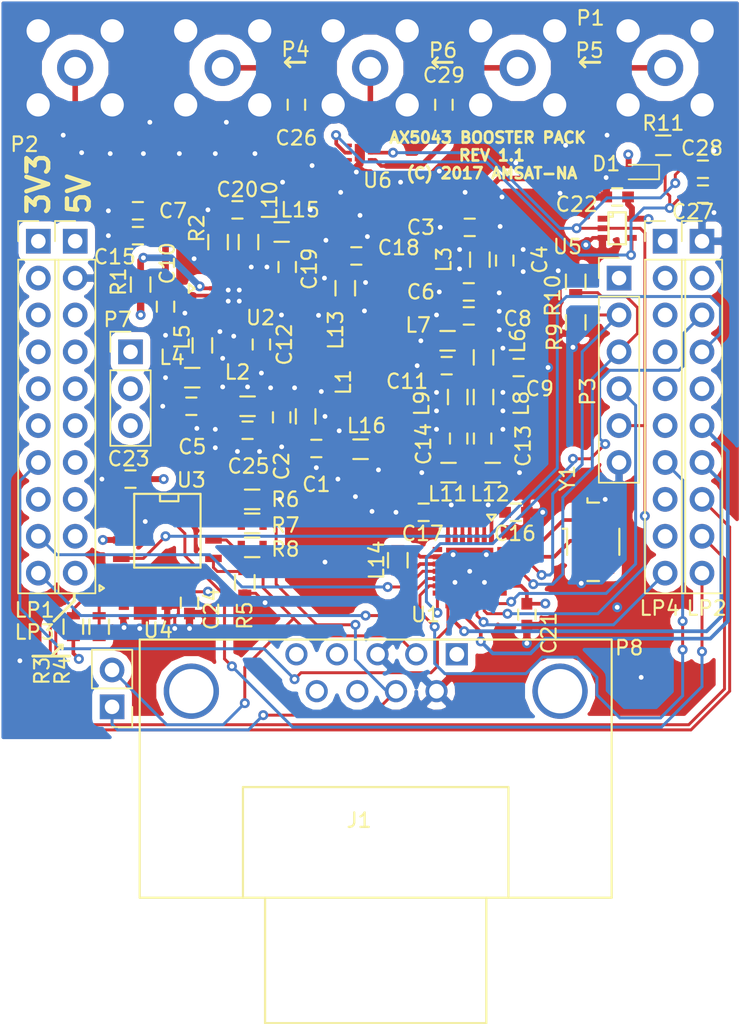
<source format=kicad_pcb>
(kicad_pcb (version 20170123) (host pcbnew no-vcs-found)
  (title_block (title "AX5043 Booster for Hercules Launchpad") (date 2017-10-02) (rev 1.1) (company AMSAT-NA) (comment 1 "Layout by Z. Metzinger (N0ZGO)"))
  (layers (0 F.Cu signal) (1 In1.Cu power hide) (2 In2.Cu power hide) (31 B.Cu signal hide) (34 B.Paste user hide) (35 F.Paste user hide) (36 B.SilkS user) (37 F.SilkS user) (38 B.Mask user hide) (39 F.Mask user hide) (44 Edge.Cuts user hide))
  (net 0 "")
  (net 1 AX5043_ANTP1)
  (net 2 "Net-(C1-Pad2)")
  (net 3 GND)
  (net 4 "Net-(C2-Pad2)")
  (net 5 "Net-(C3-Pad1)")
  (net 6 "Net-(C4-Pad1)")
  (net 7 RF_AMP_PWR)
  (net 8 "Net-(C11-Pad1)")
  (net 9 "Net-(C9-Pad1)")
  (net 10 "Net-(C12-Pad1)")
  (net 11 "Net-(C13-Pad1)")
  (net 12 "Net-(C13-Pad2)")
  (net 13 "Net-(C14-Pad1)")
  (net 14 "Net-(C14-Pad2)")
  (net 15 "Net-(C16-Pad1)")
  (net 16 "Net-(C17-Pad1)")
  (net 17 "Net-(C18-Pad1)")
  (net 18 "Net-(C19-Pad1)")
  (net 19 +3V3)
  (net 20 "Net-(J1-Pad1)")
  (net 21 "Net-(J1-Pad2)")
  (net 22 "Net-(J1-Pad4)")
  (net 23 "Net-(J1-Pad5)")
  (net 24 "Net-(J1-Pad7)")
  (net 25 "Net-(J1-Pad8)")
  (net 26 "Net-(J1-Pad9)")
  (net 27 "Net-(L5-Pad2)")
  (net 28 "Net-(L10-Pad1)")
  (net 29 "Net-(L13-Pad1)")
  (net 30 "Net-(L14-Pad1)")
  (net 31 "Net-(L14-Pad2)")
  (net 32 "Net-(P6-Pad1)")
  (net 33 "Net-(R1-Pad1)")
  (net 34 "Net-(R2-Pad2)")
  (net 35 I2C_SDA)
  (net 36 I2C_SCL)
  (net 37 "Net-(R5-Pad1)")
  (net 38 "Net-(R6-Pad1)")
  (net 39 "Net-(R7-Pad1)")
  (net 40 "Net-(R8-Pad1)")
  (net 41 AX5043_SEL)
  (net 42 AX5043_SYSCLK)
  (net 43 "Net-(P3-Pad4)")
  (net 44 "Net-(U1-Pad8)")
  (net 45 AX5043_DATA)
  (net 46 "Net-(U1-Pad22)")
  (net 47 "Net-(U1-Pad24)")
  (net 48 "Net-(U1-Pad28)")
  (net 49 "Net-(U1-Pad27)")
  (net 50 AX5043_GPADC2)
  (net 51 AX5043_GPADC1)
  (net 52 AX5043_CLK)
  (net 53 AX5043_MISO)
  (net 54 AX5043_MOSI)
  (net 55 "Net-(U1-Pad18)")
  (net 56 AX5043_IRQ)
  (net 57 AX5043_PWRAMP)
  (net 58 DCAN4RX)
  (net 59 DCAN4TX)
  (net 60 "Net-(U4-Pad3)")
  (net 61 +5V)
  (net 62 AX5043_DCLK)
  (net 63 "Net-(U5-Pad1)")
  (net 64 N_PWRAMP)
  (net 65 "Net-(U6-Pad1)")
  (net 66 "Net-(C25-Pad2)")
  (net 67 "Net-(LP1-Pad2)")
  (net 68 "Net-(LP1-Pad3)")
  (net 69 "Net-(LP1-Pad4)")
  (net 70 "Net-(LP1-Pad5)")
  (net 71 "Net-(LP1-Pad6)")
  (net 72 "Net-(LP1-Pad8)")
  (net 73 "Net-(LP2-Pad2)")
  (net 74 "Net-(LP2-Pad5)")
  (net 75 "Net-(LP3-Pad3)")
  (net 76 "Net-(LP3-Pad4)")
  (net 77 "Net-(LP3-Pad5)")
  (net 78 "Net-(LP3-Pad6)")
  (net 79 "Net-(LP3-Pad7)")
  (net 80 "Net-(LP3-Pad8)")
  (net 81 "Net-(LP3-Pad9)")
  (net 82 "Net-(LP3-Pad10)")
  (net 83 "Net-(LP4-Pad1)")
  (net 84 "Net-(LP4-Pad2)")
  (net 85 "Net-(LP4-Pad3)")
  (net 86 "Net-(LP4-Pad4)")
  (net 87 "Net-(LP4-Pad5)")
  (net 88 "Net-(LP4-Pad6)")
  (net 89 "Net-(LP4-Pad8)")
  (net 90 "Net-(LP4-Pad9)")
  (net 91 "Net-(C26-Pad1)")
  (net 92 "Net-(C26-Pad2)")
  (net 93 "Net-(C29-Pad1)")
  (net 94 "Net-(C29-Pad2)")
  (net 95 "Net-(D1-Pad1)")
  (module STITCH (layer F.Cu) (at 166.37 140.2715)
    (fp_text reference ST0 hide)
    (fp_text value STITCH hide)
    (pad 1 thru_hole circle (at 0 0) (size 0.6858 0.6858) (drill 0.3302) (layers *.Cu) (net 3 GND))
  )
  (module STITCH (layer F.Cu) (at 168.021 145.0975)
    (fp_text reference ST0 hide)
    (fp_text value STITCH hide)
    (pad 1 thru_hole circle (at 0 0) (size 0.6858 0.6858) (drill 0.3302) (layers *.Cu) (net 3 GND))
  )
  (module STITCH (layer F.Cu) (at 147.2184 128.1176)
    (fp_text reference ST0 hide)
    (fp_text value STITCH hide)
    (pad 1 thru_hole circle (at 0 0) (size 0.6858 0.6858) (drill 0.3302) (layers *.Cu) (net 3 GND))
  )
  (module STITCH (layer F.Cu) (at 162.433 111.76)
    (fp_text reference ST0 hide)
    (fp_text value STITCH hide)
    (pad 1 thru_hole circle (at 0 0) (size 0.6858 0.6858) (drill 0.3302) (layers *.Cu) (net 3 GND))
  )
  (module STITCH (layer F.Cu) (at 151.4475 110.998)
    (fp_text reference ST0 hide)
    (fp_text value STITCH hide)
    (pad 1 thru_hole circle (at 0 0) (size 0.6858 0.6858) (drill 0.3302) (layers *.Cu) (net 3 GND))
  )
  (module STITCH (layer F.Cu) (at 149.0345 117.9068)
    (fp_text reference ST0 hide)
    (fp_text value STITCH hide)
    (pad 1 thru_hole circle (at 0 0) (size 0.6858 0.6858) (drill 0.3302) (layers *.Cu) (net 3 GND))
  )
  (module STITCH (layer F.Cu) (at 148.9583 119.8626)
    (fp_text reference ST0 hide)
    (fp_text value STITCH hide)
    (pad 1 thru_hole circle (at 0 0) (size 0.6858 0.6858) (drill 0.3302) (layers *.Cu) (net 3 GND))
  )
  (module STITCH (layer F.Cu) (at 146.2405 137.16)
    (fp_text reference ST0 hide)
    (fp_text value STITCH hide)
    (pad 1 thru_hole circle (at 0 0) (size 0.6858 0.6858) (drill 0.3302) (layers *.Cu) (net 3 GND))
  )
  (module Capacitors_SMD:C_0603 (layer F.Cu) (at 166.37 112.014 180)
    (fp_text reference C22 (at 2.794 -0.508 180) (layer F.SilkS))
    (fp_text value 10n)
    (pad 1 smd rect (at -0.75 0 180) (size 0.8 0.75) (layers F.Cu F.Paste F.Mask) (net 19 +3V3))
    (pad 2 smd rect (at 0.75 0 180) (size 0.8 0.75) (layers F.Cu F.Paste F.Mask) (net 3 GND))
  )
  (module STITCH (layer F.Cu) (at 145.6436 130.6576)
    (fp_text reference ST0 hide)
    (fp_text value STITCH hide)
    (pad 1 thru_hole circle (at 0 0) (size 0.6858 0.6858) (drill 0.3302) (layers *.Cu) (net 3 GND))
  )
  (module STITCH (layer F.Cu) (at 147.1295 131.445)
    (fp_text reference ST0 hide)
    (fp_text value STITCH hide)
    (pad 1 thru_hole circle (at 0 0) (size 0.6858 0.6858) (drill 0.3302) (layers *.Cu) (net 3 GND))
  )
  (module STITCH (layer F.Cu) (at 149.9235 130.81 90)
    (fp_text reference ST0 hide)
    (fp_text value STITCH hide)
    (pad 1 thru_hole circle (at 0 0 90) (size 0.6858 0.6858) (drill 0.3302) (layers *.Cu) (net 3 GND))
  )
  (module STITCH (layer F.Cu) (at 148.336 132.6515 90)
    (fp_text reference ST0 hide)
    (fp_text value STITCH hide)
    (pad 1 thru_hole circle (at 0 0 90) (size 0.6858 0.6858) (drill 0.3302) (layers *.Cu) (net 3 GND))
  )
  (module STITCH (layer F.Cu) (at 149.479 133.6675 90)
    (fp_text reference ST0 hide)
    (fp_text value STITCH hide)
    (pad 1 thru_hole circle (at 0 0 90) (size 0.6858 0.6858) (drill 0.3302) (layers *.Cu) (net 3 GND))
  )
  (module STITCH (layer F.Cu) (at 146.2405 127.127)
    (fp_text reference ST0 hide)
    (fp_text value STITCH hide)
    (pad 1 thru_hole circle (at 0 0) (size 0.6858 0.6858) (drill 0.3302) (layers *.Cu) (net 3 GND))
  )
  (module STITCH (layer F.Cu) (at 145.9865 125.4125 90)
    (fp_text reference ST0 hide)
    (fp_text value STITCH hide)
    (pad 1 thru_hole circle (at 0 0 90) (size 0.6858 0.6858) (drill 0.3302) (layers *.Cu) (net 3 GND))
  )
  (module STITCH (layer F.Cu) (at 144.145 125.1585 90)
    (fp_text reference ST0 hide)
    (fp_text value STITCH hide)
    (pad 1 thru_hole circle (at 0 0 90) (size 0.6858 0.6858) (drill 0.3302) (layers *.Cu) (net 3 GND))
  )
  (module STITCH (layer F.Cu) (at 142.494 125.1585 90)
    (fp_text reference ST0 hide)
    (fp_text value STITCH hide)
    (pad 1 thru_hole circle (at 0 0 90) (size 0.6858 0.6858) (drill 0.3302) (layers *.Cu) (net 3 GND))
  )
  (module STITCH (layer F.Cu) (at 140.208 129.54 90)
    (fp_text reference ST0 hide)
    (fp_text value STITCH hide)
    (pad 1 thru_hole circle (at 0 0 90) (size 0.6858 0.6858) (drill 0.3302) (layers *.Cu) (net 3 GND))
  )
  (module STITCH (layer F.Cu) (at 141.732 129.54 90)
    (fp_text reference ST0 hide)
    (fp_text value STITCH hide)
    (pad 1 thru_hole circle (at 0 0 90) (size 0.6858 0.6858) (drill 0.3302) (layers *.Cu) (net 3 GND))
  )
  (module STITCH (layer F.Cu) (at 138.684 129.286)
    (fp_text reference ST0 hide)
    (fp_text value STITCH hide)
    (pad 1 thru_hole circle (at 0 0) (size 0.6858 0.6858) (drill 0.3302) (layers *.Cu) (net 3 GND))
  )
  (module STITCH (layer F.Cu) (at 138.684 128.016)
    (fp_text reference ST0 hide)
    (fp_text value STITCH hide)
    (pad 1 thru_hole circle (at 0 0) (size 0.6858 0.6858) (drill 0.3302) (layers *.Cu) (net 3 GND))
  )
  (module STITCH (layer F.Cu) (at 139.192 125.095)
    (fp_text reference ST0 hide)
    (fp_text value STITCH hide)
    (pad 1 thru_hole circle (at 0 0) (size 0.6858 0.6858) (drill 0.3302) (layers *.Cu) (net 3 GND))
  )
  (module STITCH (layer F.Cu) (at 136.5885 120.015)
    (fp_text reference ST0 hide)
    (fp_text value STITCH hide)
    (pad 1 thru_hole circle (at 0 0) (size 0.6858 0.6858) (drill 0.3302) (layers *.Cu) (net 3 GND))
  )
  (module STITCH (layer F.Cu) (at 140.9065 125.095)
    (fp_text reference ST0 hide)
    (fp_text value STITCH hide)
    (pad 1 thru_hole circle (at 0 0) (size 0.6858 0.6858) (drill 0.3302) (layers *.Cu) (net 3 GND))
  )
  (module STITCH (layer F.Cu) (at 137.2235 116.2685)
    (fp_text reference ST0 hide)
    (fp_text value STITCH hide)
    (pad 1 thru_hole circle (at 0 0) (size 0.6858 0.6858) (drill 0.3302) (layers *.Cu) (net 3 GND))
  )
  (module STITCH (layer F.Cu) (at 145.796 120.1674)
    (fp_text reference ST0 hide)
    (fp_text value STITCH hide)
    (pad 1 thru_hole circle (at 0 0) (size 0.6858 0.6858) (drill 0.3302) (layers *.Cu) (net 3 GND))
  )
  (module STITCH (layer F.Cu) (at 143.3195 110.998)
    (fp_text reference ST0 hide)
    (fp_text value STITCH hide)
    (pad 1 thru_hole circle (at 0 0) (size 0.6858 0.6858) (drill 0.3302) (layers *.Cu) (net 3 GND))
  )
  (module STITCH (layer F.Cu) (at 146.2024 117.602)
    (fp_text reference ST0 hide)
    (fp_text value STITCH hide)
    (pad 1 thru_hole circle (at 0 0) (size 0.6858 0.6858) (drill 0.3302) (layers *.Cu) (net 3 GND))
  )
  (module STITCH (layer F.Cu) (at 148.6535 113.284)
    (fp_text reference ST0 hide)
    (fp_text value STITCH hide)
    (pad 1 thru_hole circle (at 0 0) (size 0.6858 0.6858) (drill 0.3302) (layers *.Cu) (net 3 GND))
  )
  (module STITCH (layer F.Cu) (at 148.3995 110.2995)
    (fp_text reference ST0 hide)
    (fp_text value STITCH hide)
    (pad 1 thru_hole circle (at 0 0) (size 0.6858 0.6858) (drill 0.3302) (layers *.Cu) (net 3 GND))
  )
  (module STITCH (layer F.Cu) (at 146.304 114.9985)
    (fp_text reference ST0 hide)
    (fp_text value STITCH hide)
    (pad 1 thru_hole circle (at 0 0) (size 0.6858 0.6858) (drill 0.3302) (layers *.Cu) (net 3 GND))
  )
  (module STITCH (layer F.Cu) (at 145.2245 112.903)
    (fp_text reference ST0 hide)
    (fp_text value STITCH hide)
    (pad 1 thru_hole circle (at 0 0) (size 0.6858 0.6858) (drill 0.3302) (layers *.Cu) (net 3 GND))
  )
  (module STITCH (layer F.Cu) (at 137.414 127.9525)
    (fp_text reference ST0 hide)
    (fp_text value STITCH hide)
    (pad 1 thru_hole circle (at 0 0) (size 0.6858 0.6858) (drill 0.3302) (layers *.Cu) (net 3 GND))
  )
  (module STITCH (layer F.Cu) (at 154.1145 110.236)
    (fp_text reference ST0 hide)
    (fp_text value STITCH hide)
    (pad 1 thru_hole circle (at 0 0) (size 0.6858 0.6858) (drill 0.3302) (layers *.Cu) (net 3 GND))
  )
  (module STITCH (layer F.Cu) (at 159.385 109.6645)
    (fp_text reference ST0 hide)
    (fp_text value STITCH hide)
    (pad 1 thru_hole circle (at 0 0) (size 0.6858 0.6858) (drill 0.3302) (layers *.Cu) (net 3 GND))
  )
  (module STITCH (layer F.Cu) (at 155.8925 111.6965)
    (fp_text reference ST0 hide)
    (fp_text value STITCH hide)
    (pad 1 thru_hole circle (at 0 0) (size 0.6858 0.6858) (drill 0.3302) (layers *.Cu) (net 3 GND))
  )
  (module STITCH (layer F.Cu) (at 158.4325 112.014)
    (fp_text reference ST0 hide)
    (fp_text value STITCH hide)
    (pad 1 thru_hole circle (at 0 0) (size 0.6858 0.6858) (drill 0.3302) (layers *.Cu) (net 3 GND))
  )
  (module STITCH (layer F.Cu) (at 133.731 109.0295 90)
    (fp_text reference ST0 hide)
    (fp_text value STITCH hide)
    (pad 1 thru_hole circle (at 0 0 90) (size 0.6858 0.6858) (drill 0.3302) (layers *.Cu) (net 3 GND))
  )
  (module STITCH (layer F.Cu) (at 134.1755 106.8705 90)
    (fp_text reference ST0 hide)
    (fp_text value STITCH hide)
    (pad 1 thru_hole circle (at 0 0 90) (size 0.6858 0.6858) (drill 0.3302) (layers *.Cu) (net 3 GND))
  )
  (module STITCH (layer F.Cu) (at 139.446 106.8705 90)
    (fp_text reference ST0 hide)
    (fp_text value STITCH hide)
    (pad 1 thru_hole circle (at 0 0 90) (size 0.6858 0.6858) (drill 0.3302) (layers *.Cu) (net 3 GND))
  )
  (module STITCH (layer F.Cu) (at 131.445 109.0295 90)
    (fp_text reference ST0 hide)
    (fp_text value STITCH hide)
    (pad 1 thru_hole circle (at 0 0 90) (size 0.6858 0.6858) (drill 0.3302) (layers *.Cu) (net 3 GND))
  )
  (module STITCH (layer F.Cu) (at 128.2065 107.7595 90)
    (fp_text reference ST0 hide)
    (fp_text value STITCH hide)
    (pad 1 thru_hole circle (at 0 0 90) (size 0.6858 0.6858) (drill 0.3302) (layers *.Cu) (net 3 GND))
  )
  (module STITCH (layer F.Cu) (at 129.4765 108.966 90)
    (fp_text reference ST0 hide)
    (fp_text value STITCH hide)
    (pad 1 thru_hole circle (at 0 0 90) (size 0.6858 0.6858) (drill 0.3302) (layers *.Cu) (net 3 GND))
  )
  (module STITCH (layer F.Cu) (at 136.2075 109.0295 90)
    (fp_text reference ST0 hide)
    (fp_text value STITCH hide)
    (pad 1 thru_hole circle (at 0 0 90) (size 0.6858 0.6858) (drill 0.3302) (layers *.Cu) (net 3 GND))
  )
  (module STITCH (layer F.Cu) (at 145.3515 109.855 90)
    (fp_text reference ST0 hide)
    (fp_text value STITCH hide)
    (pad 1 thru_hole circle (at 0 0 90) (size 0.6858 0.6858) (drill 0.3302) (layers *.Cu) (net 3 GND))
  )
  (module STITCH (layer F.Cu) (at 147.32 111.6965 90)
    (fp_text reference ST0 hide)
    (fp_text value STITCH hide)
    (pad 1 thru_hole circle (at 0 0 90) (size 0.6858 0.6858) (drill 0.3302) (layers *.Cu) (net 3 GND))
  )
  (module STITCH (layer F.Cu) (at 141.4145 109.0295 90)
    (fp_text reference ST0 hide)
    (fp_text value STITCH hide)
    (pad 1 thru_hole circle (at 0 0 90) (size 0.6858 0.6858) (drill 0.3302) (layers *.Cu) (net 3 GND))
  )
  (module STITCH (layer F.Cu) (at 138.684 109.0295 90)
    (fp_text reference ST0 hide)
    (fp_text value STITCH hide)
    (pad 1 thru_hole circle (at 0 0 90) (size 0.6858 0.6858) (drill 0.3302) (layers *.Cu) (net 3 GND))
  )
  (module STITCH (layer F.Cu) (at 143.2433 120.142 90)
    (fp_text reference ST0 hide)
    (fp_text value STITCH hide)
    (pad 1 thru_hole circle (at 0 0 90) (size 0.6858 0.6858) (drill 0.3302) (layers *.Cu) (net 3 GND))
  )
  (module STITCH (layer F.Cu) (at 159.893 117.1575)
    (fp_text reference ST0 hide)
    (fp_text value STITCH hide)
    (pad 1 thru_hole circle (at 0 0) (size 0.6858 0.6858) (drill 0.3302) (layers *.Cu) (net 3 GND))
  )
  (module STITCH (layer F.Cu) (at 165.6715 107.7595)
    (fp_text reference ST0 hide)
    (fp_text value STITCH hide)
    (pad 1 thru_hole circle (at 0 0) (size 0.6858 0.6858) (drill 0.3302) (layers *.Cu) (net 3 GND))
  )
  (module STITCH (layer F.Cu) (at 139.192 123.1265)
    (fp_text reference ST0 hide)
    (fp_text value STITCH hide)
    (pad 1 thru_hole circle (at 0 0) (size 0.6858 0.6858) (drill 0.3302) (layers *.Cu) (net 3 GND))
  )
  (module STITCH (layer F.Cu) (at 125.222 143.9545)
    (fp_text reference ST0 hide)
    (fp_text value STITCH hide)
    (pad 1 thru_hole circle (at 0 0) (size 0.6858 0.6858) (drill 0.3302) (layers *.Cu) (net 3 GND))
  )
  (module STITCH (layer F.Cu) (at 158.3055 114.046)
    (fp_text reference ST0 hide)
    (fp_text value STITCH hide)
    (pad 1 thru_hole circle (at 0 0) (size 0.6858 0.6858) (drill 0.3302) (layers *.Cu) (net 3 GND))
  )
  (module STITCH (layer F.Cu) (at 162.814 108.458)
    (fp_text reference ST0 hide)
    (fp_text value STITCH hide)
    (pad 1 thru_hole circle (at 0 0) (size 0.6858 0.6858) (drill 0.3302) (layers *.Cu) (net 3 GND))
  )
  (module STITCH (layer F.Cu) (at 159.893 115.6335)
    (fp_text reference ST0 hide)
    (fp_text value STITCH hide)
    (pad 1 thru_hole circle (at 0 0) (size 0.6858 0.6858) (drill 0.3302) (layers *.Cu) (net 3 GND))
  )
  (module STITCH (layer F.Cu) (at 155.5115 116.967)
    (fp_text reference ST0 hide)
    (fp_text value STITCH hide)
    (pad 1 thru_hole circle (at 0 0) (size 0.6858 0.6858) (drill 0.3302) (layers *.Cu) (net 3 GND))
  )
  (module STITCH (layer F.Cu) (at 155.5115 115.6335)
    (fp_text reference ST0 hide)
    (fp_text value STITCH hide)
    (pad 1 thru_hole circle (at 0 0) (size 0.6858 0.6858) (drill 0.3302) (layers *.Cu) (net 3 GND))
  )
  (module STITCH (layer F.Cu) (at 158.496 122.428)
    (fp_text reference ST0 hide)
    (fp_text value STITCH hide)
    (pad 1 thru_hole circle (at 0 0) (size 0.6858 0.6858) (drill 0.3302) (layers *.Cu) (net 3 GND))
  )
  (module STITCH (layer F.Cu) (at 158.242 119.888)
    (fp_text reference ST0 hide)
    (fp_text value STITCH hide)
    (pad 1 thru_hole circle (at 0 0) (size 0.6858 0.6858) (drill 0.3302) (layers *.Cu) (net 3 GND))
  )
  (module STITCH (layer F.Cu) (at 158.242 121.158)
    (fp_text reference ST0 hide)
    (fp_text value STITCH hide)
    (pad 1 thru_hole circle (at 0 0) (size 0.6858 0.6858) (drill 0.3302) (layers *.Cu) (net 3 GND))
  )
  (module STITCH (layer F.Cu) (at 153.924 120.142)
    (fp_text reference ST0 hide)
    (fp_text value STITCH hide)
    (pad 1 thru_hole circle (at 0 0) (size 0.6858 0.6858) (drill 0.3302) (layers *.Cu) (net 3 GND))
  )
  (module STITCH (layer F.Cu) (at 153.924 126.746)
    (fp_text reference ST0 hide)
    (fp_text value STITCH hide)
    (pad 1 thru_hole circle (at 0 0) (size 0.6858 0.6858) (drill 0.3302) (layers *.Cu) (net 3 GND))
  )
  (module STITCH (layer F.Cu) (at 158.496 126.746)
    (fp_text reference ST0 hide)
    (fp_text value STITCH hide)
    (pad 1 thru_hole circle (at 0 0) (size 0.6858 0.6858) (drill 0.3302) (layers *.Cu) (net 3 GND))
  )
  (module STITCH (layer F.Cu) (at 153.924 125.476)
    (fp_text reference ST0 hide)
    (fp_text value STITCH hide)
    (pad 1 thru_hole circle (at 0 0) (size 0.6858 0.6858) (drill 0.3302) (layers *.Cu) (net 3 GND))
  )
  (module STITCH (layer F.Cu) (at 153.924 128.016)
    (fp_text reference ST0 hide)
    (fp_text value STITCH hide)
    (pad 1 thru_hole circle (at 0 0) (size 0.6858 0.6858) (drill 0.3302) (layers *.Cu) (net 3 GND))
  )
  (module STITCH (layer F.Cu) (at 158.496 125.476)
    (fp_text reference ST0 hide)
    (fp_text value STITCH hide)
    (pad 1 thru_hole circle (at 0 0) (size 0.6858 0.6858) (drill 0.3302) (layers *.Cu) (net 3 GND))
  )
  (module STITCH (layer F.Cu) (at 158.242 118.618)
    (fp_text reference ST0 hide)
    (fp_text value STITCH hide)
    (pad 1 thru_hole circle (at 0 0) (size 0.6858 0.6858) (drill 0.3302) (layers *.Cu) (net 3 GND))
  )
  (module STITCH (layer F.Cu) (at 158.496 128.016)
    (fp_text reference ST0 hide)
    (fp_text value STITCH hide)
    (pad 1 thru_hole circle (at 0 0) (size 0.6858 0.6858) (drill 0.3302) (layers *.Cu) (net 3 GND))
  )
  (module Connectors:DB9FC (layer F.Cu) (at 149.86 144.78 180)
    (fp_text reference J1 (at 1.27 -10.16 180) (layer F.SilkS))
    (fp_text value DB9)
    (pad "" thru_hole circle (at 12.827 -1.27 180) (size 3.81 3.81) (drill 3.048) (layers *.Cu *.Mask))
    (pad "" thru_hole circle (at -12.573 -1.27 180) (size 3.81 3.81) (drill 3.048) (layers *.Cu *.Mask))
    (pad 1 thru_hole rect (at -5.461 1.27 180) (size 1.524 1.524) (drill 1.016) (layers *.Cu *.Mask) (net 20 "Net-(J1-Pad1)"))
    (pad 2 thru_hole circle (at -2.667 1.27 180) (size 1.524 1.524) (drill 1.016) (layers *.Cu *.Mask) (net 21 "Net-(J1-Pad2)"))
    (pad 3 thru_hole circle (at 0 1.27 180) (size 1.524 1.524) (drill 1.016) (layers *.Cu *.Mask) (net 3 GND))
    (pad 4 thru_hole circle (at 2.794 1.27 180) (size 1.524 1.524) (drill 1.016) (layers *.Cu *.Mask) (net 22 "Net-(J1-Pad4)"))
    (pad 5 thru_hole circle (at 5.588 1.27 180) (size 1.524 1.524) (drill 1.016) (layers *.Cu *.Mask) (net 23 "Net-(J1-Pad5)"))
    (pad 6 thru_hole circle (at -4.064 -1.27 180) (size 1.524 1.524) (drill 1.016) (layers *.Cu *.Mask) (net 3 GND))
    (pad 7 thru_hole circle (at -1.27 -1.27 180) (size 1.524 1.524) (drill 1.016) (layers *.Cu *.Mask) (net 24 "Net-(J1-Pad7)"))
    (pad 8 thru_hole circle (at 1.397 -1.27 180) (size 1.524 1.524) (drill 1.016) (layers *.Cu *.Mask) (net 25 "Net-(J1-Pad8)"))
    (pad 9 thru_hole circle (at 4.191 -1.27 180) (size 1.524 1.524) (drill 1.016) (layers *.Cu *.Mask) (net 26 "Net-(J1-Pad9)"))
  )
  (module Capacitors_SMD:C_0603 (layer F.Cu) (at 145.6436 129.3368 180)
    (fp_text reference C1 (at 0 -2.4765 180) (layer F.SilkS))
    (fp_text value 4p3)
    (pad 1 smd rect (at -0.75 0 180) (size 0.8 0.75) (layers F.Cu F.Paste F.Mask) (net 1 AX5043_ANTP1))
    (pad 2 smd rect (at 0.75 0 180) (size 0.8 0.75) (layers F.Cu F.Paste F.Mask) (net 2 "Net-(C1-Pad2)"))
  )
  (module Capacitors_SMD:C_0603 (layer F.Cu) (at 143.256 127.1905 90)
    (fp_text reference C2 (at -3.3655 0 90) (layer F.SilkS))
    (fp_text value 5p6)
    (pad 1 smd rect (at -0.75 0 90) (size 0.8 0.75) (layers F.Cu F.Paste F.Mask) (net 3 GND))
    (pad 2 smd rect (at 0.75 0 90) (size 0.8 0.75) (layers F.Cu F.Paste F.Mask) (net 4 "Net-(C2-Pad2)"))
  )
  (module Capacitors_SMD:C_0603 (layer F.Cu) (at 156.21 114.1095 180)
    (fp_text reference C3 (at 3.3655 0 180) (layer F.SilkS))
    (fp_text value NS)
    (pad 1 smd rect (at -0.75 0 180) (size 0.8 0.75) (layers F.Cu F.Paste F.Mask) (net 5 "Net-(C3-Pad1)"))
    (pad 2 smd rect (at 0.75 0 180) (size 0.8 0.75) (layers F.Cu F.Paste F.Mask) (net 3 GND))
  )
  (module Capacitors_SMD:C_0603 (layer F.Cu) (at 158.623 116.3955 90)
    (fp_text reference C4 (at 0.0635 2.413 90) (layer F.SilkS))
    (fp_text value NS)
    (pad 1 smd rect (at -0.75 0 90) (size 0.8 0.75) (layers F.Cu F.Paste F.Mask) (net 6 "Net-(C4-Pad1)"))
    (pad 2 smd rect (at 0.75 0 90) (size 0.8 0.75) (layers F.Cu F.Paste F.Mask) (net 5 "Net-(C3-Pad1)"))
  )
  (module Capacitors_SMD:C_0603 (layer F.Cu) (at 137.033 126.4285 180)
    (fp_text reference C5 (at -0.0635 -2.794 180) (layer F.SilkS))
    (fp_text value NS)
    (pad 1 smd rect (at -0.75 0 180) (size 0.8 0.75) (layers F.Cu F.Paste F.Mask) (net 66 "Net-(C25-Pad2)"))
    (pad 2 smd rect (at 0.75 0 180) (size 0.8 0.75) (layers F.Cu F.Paste F.Mask) (net 3 GND))
  )
  (module Capacitors_SMD:C_0603 (layer F.Cu) (at 156.1465 118.5545 180)
    (fp_text reference C6 (at 3.302 0 180) (layer F.SilkS))
    (fp_text value NS)
    (pad 1 smd rect (at -0.75 0 180) (size 0.8 0.75) (layers F.Cu F.Paste F.Mask) (net 6 "Net-(C4-Pad1)"))
    (pad 2 smd rect (at 0.75 0 180) (size 0.8 0.75) (layers F.Cu F.Paste F.Mask) (net 3 GND))
  )
  (module Capacitors_SMD:C_0603 (layer F.Cu) (at 133.35 112.9665)
    (fp_text reference C7 (at 2.413 0) (layer F.SilkS))
    (fp_text value 1u)
    (pad 1 smd rect (at -0.75 0) (size 0.8 0.75) (layers F.Cu F.Paste F.Mask) (net 3 GND))
    (pad 2 smd rect (at 0.75 0) (size 0.8 0.75) (layers F.Cu F.Paste F.Mask) (net 7 RF_AMP_PWR))
  )
  (module Capacitors_SMD:C_0603 (layer F.Cu) (at 156.1465 120.2055)
    (fp_text reference C8 (at 3.3655 0.1905) (layer F.SilkS))
    (fp_text value 5p1)
    (pad 1 smd rect (at -0.75 0) (size 0.8 0.75) (layers F.Cu F.Paste F.Mask) (net 8 "Net-(C11-Pad1)"))
    (pad 2 smd rect (at 0.75 0) (size 0.8 0.75) (layers F.Cu F.Paste F.Mask) (net 6 "Net-(C4-Pad1)"))
  )
  (module Capacitors_SMD:C_0603 (layer F.Cu) (at 159.5755 123.7615)
    (fp_text reference C9 (at 1.4605 1.4605) (layer F.SilkS))
    (fp_text value 11p)
    (pad 1 smd rect (at -0.75 0) (size 0.8 0.75) (layers F.Cu F.Paste F.Mask) (net 9 "Net-(C9-Pad1)"))
    (pad 2 smd rect (at 0.75 0) (size 0.8 0.75) (layers F.Cu F.Paste F.Mask) (net 3 GND))
  )
  (module Capacitors_SMD:C_0603 (layer F.Cu) (at 135.255 119.5705 270)
    (fp_text reference C10 (at -2.9845 -0.127 270) (layer F.SilkS))
    (fp_text value 100p)
    (pad 1 smd rect (at -0.75 0 270) (size 0.8 0.75) (layers F.Cu F.Paste F.Mask) (net 7 RF_AMP_PWR))
    (pad 2 smd rect (at 0.75 0 270) (size 0.8 0.75) (layers F.Cu F.Paste F.Mask) (net 3 GND))
  )
  (module Capacitors_SMD:C_0603 (layer F.Cu) (at 154.6225 123.6345 180)
    (fp_text reference C11 (at 2.7305 -1.0795 180) (layer F.SilkS))
    (fp_text value 5p6)
    (pad 1 smd rect (at -0.75 0 180) (size 0.8 0.75) (layers F.Cu F.Paste F.Mask) (net 8 "Net-(C11-Pad1)"))
    (pad 2 smd rect (at 0.75 0 180) (size 0.8 0.75) (layers F.Cu F.Paste F.Mask) (net 3 GND))
  )
  (module Capacitors_SMD:C_0603 (layer F.Cu) (at 141.859 122.174 270)
    (fp_text reference C12 (at 0 -1.5875 270) (layer F.SilkS))
    (fp_text value 470p)
    (pad 1 smd rect (at -0.75 0 270) (size 0.8 0.75) (layers F.Cu F.Paste F.Mask) (net 10 "Net-(C12-Pad1)"))
    (pad 2 smd rect (at 0.75 0 270) (size 0.8 0.75) (layers F.Cu F.Paste F.Mask) (net 3 GND))
  )
  (module Capacitors_SMD:C_0603 (layer F.Cu) (at 157.099 128.651 90)
    (fp_text reference C13 (at -0.508 2.794 270) (layer F.SilkS))
    (fp_text value 4p3 hide)
    (pad 1 smd rect (at -0.75 0 90) (size 0.8 0.75) (layers F.Cu F.Paste F.Mask) (net 11 "Net-(C13-Pad1)"))
    (pad 2 smd rect (at 0.75 0 90) (size 0.8 0.75) (layers F.Cu F.Paste F.Mask) (net 12 "Net-(C13-Pad2)"))
  )
  (module Capacitors_SMD:C_0603 (layer F.Cu) (at 155.448 128.651 90)
    (fp_text reference C14 (at -0.381 -2.413 270) (layer F.SilkS))
    (fp_text value 4p3 hide)
    (pad 1 smd rect (at -0.75 0 90) (size 0.8 0.75) (layers F.Cu F.Paste F.Mask) (net 13 "Net-(C14-Pad1)"))
    (pad 2 smd rect (at 0.75 0 90) (size 0.8 0.75) (layers F.Cu F.Paste F.Mask) (net 14 "Net-(C14-Pad2)"))
  )
  (module Capacitors_SMD:C_0603 (layer F.Cu) (at 133.35 114.681 180)
    (fp_text reference C15 (at 1.5875 -1.4605 180) (layer F.SilkS))
    (fp_text value 1u)
    (pad 1 smd rect (at -0.75 0 180) (size 0.8 0.75) (layers F.Cu F.Paste F.Mask) (net 7 RF_AMP_PWR))
    (pad 2 smd rect (at 0.75 0 180) (size 0.8 0.75) (layers F.Cu F.Paste F.Mask) (net 3 GND))
  )
  (module Capacitors_SMD:C_0603 (layer F.Cu) (at 159.397 133.731)
    (fp_text reference C16 (at -0.0755 1.4605) (layer F.SilkS))
    (fp_text value 10n hide)
    (pad 1 smd rect (at -0.75 0) (size 0.8 0.75) (layers F.Cu F.Paste F.Mask) (net 15 "Net-(C16-Pad1)"))
    (pad 2 smd rect (at 0.75 0) (size 0.8 0.75) (layers F.Cu F.Paste F.Mask) (net 3 GND))
  )
  (module Capacitors_SMD:C_0603 (layer F.Cu) (at 153.035 133.731 180)
    (fp_text reference C17 (at 0.0635 -1.4605 180) (layer F.SilkS))
    (fp_text value 10n hide)
    (pad 1 smd rect (at -0.75 0 180) (size 0.8 0.75) (layers F.Cu F.Paste F.Mask) (net 16 "Net-(C17-Pad1)"))
    (pad 2 smd rect (at 0.75 0 180) (size 0.8 0.75) (layers F.Cu F.Paste F.Mask) (net 3 GND))
  )
  (module Capacitors_SMD:C_0603 (layer F.Cu) (at 148.3995 116.078)
    (fp_text reference C18 (at 2.921 -0.5715) (layer F.SilkS))
    (fp_text value 10p)
    (pad 1 smd rect (at -0.75 0) (size 0.8 0.75) (layers F.Cu F.Paste F.Mask) (net 17 "Net-(C18-Pad1)"))
    (pad 2 smd rect (at 0.75 0) (size 0.8 0.75) (layers F.Cu F.Paste F.Mask) (net 3 GND))
  )
  (module Capacitors_SMD:C_0603 (layer F.Cu) (at 143.637 116.84 90)
    (fp_text reference C19 (at -0.127 1.524 90) (layer F.SilkS))
    (fp_text value 3p9)
    (pad 1 smd rect (at -0.75 0 90) (size 0.8 0.75) (layers F.Cu F.Paste F.Mask) (net 18 "Net-(C19-Pad1)"))
    (pad 2 smd rect (at 0.75 0 90) (size 0.8 0.75) (layers F.Cu F.Paste F.Mask) (net 3 GND))
  )
  (module Capacitors_SMD:C_0603 (layer F.Cu) (at 140.208 112.903 180)
    (fp_text reference C20 (at 0 1.397 180) (layer F.SilkS))
    (fp_text value 4u7)
    (pad 1 smd rect (at -0.75 0 180) (size 0.8 0.75) (layers F.Cu F.Paste F.Mask) (net 7 RF_AMP_PWR))
    (pad 2 smd rect (at 0.75 0 180) (size 0.8 0.75) (layers F.Cu F.Paste F.Mask) (net 3 GND))
  )
  (module Capacitors_SMD:C_0603 (layer F.Cu) (at 160.147 140.7795 270)
    (fp_text reference C21 (at 1.27 -1.524 270) (layer F.SilkS))
    (fp_text value 10n)
    (pad 1 smd rect (at -0.75 0 270) (size 0.8 0.75) (layers F.Cu F.Paste F.Mask) (net 19 +3V3))
    (pad 2 smd rect (at 0.75 0 270) (size 0.8 0.75) (layers F.Cu F.Paste F.Mask) (net 3 GND))
  )
  (module Capacitors_SMD:C_0603 (layer F.Cu) (at 132.842 131.445 180)
    (fp_text reference C23 (at 0.127 1.397 180) (layer F.SilkS))
    (fp_text value 100n)
    (pad 1 smd rect (at -0.75 0 180) (size 0.8 0.75) (layers F.Cu F.Paste F.Mask) (net 19 +3V3))
    (pad 2 smd rect (at 0.75 0 180) (size 0.8 0.75) (layers F.Cu F.Paste F.Mask) (net 3 GND))
  )
  (module Capacitors_SMD:C_0603 (layer F.Cu) (at 136.906 139.954 270)
    (fp_text reference C24 (at 0.4445 -1.524 270) (layer F.SilkS))
    (fp_text value 100n)
    (pad 1 smd rect (at -0.75 0 270) (size 0.8 0.75) (layers F.Cu F.Paste F.Mask) (net 19 +3V3))
    (pad 2 smd rect (at 0.75 0 270) (size 0.8 0.75) (layers F.Cu F.Paste F.Mask) (net 3 GND))
  )
  (module Pin_Headers:Pin_Header_Straight_1x06_Pitch2.54mm (layer F.Cu) (at 166.497 117.602)
    (fp_text reference P3 (at -2.159 7.8105 90) (layer F.SilkS))
    (fp_text value CONN_01X06)
    (pad 1 thru_hole rect (at 0 0) (size 1.7 1.7) (drill 1) (layers *.Cu *.Mask) (net 19 +3V3))
    (pad 2 thru_hole oval (at 0 2.54) (size 1.7 1.7) (drill 1) (layers *.Cu *.Mask) (net 50 AX5043_GPADC2))
    (pad 3 thru_hole oval (at 0 5.08) (size 1.7 1.7) (drill 1) (layers *.Cu *.Mask) (net 51 AX5043_GPADC1))
    (pad 4 thru_hole oval (at 0 7.62) (size 1.7 1.7) (drill 1) (layers *.Cu *.Mask) (net 43 "Net-(P3-Pad4)"))
    (pad 5 thru_hole oval (at 0 10.16) (size 1.7 1.7) (drill 1) (layers *.Cu *.Mask) (net 57 AX5043_PWRAMP))
    (pad 6 thru_hole oval (at 0 12.7) (size 1.7 1.7) (drill 1) (layers *.Cu *.Mask) (net 3 GND))
  )
  (module Pin_Headers:Pin_Header_Straight_1x03_Pitch2.54mm (layer F.Cu) (at 132.842 122.682)
    (fp_text reference P7 (at -0.889 -2.2225) (layer F.SilkS))
    (fp_text value CONN_01X03)
    (pad 1 thru_hole rect (at 0 0) (size 1.7 1.7) (drill 1) (layers *.Cu *.Mask) (net 61 +5V))
    (pad 2 thru_hole oval (at 0 2.54) (size 1.7 1.7) (drill 1) (layers *.Cu *.Mask) (net 7 RF_AMP_PWR))
    (pad 3 thru_hole oval (at 0 5.08) (size 1.7 1.7) (drill 1) (layers *.Cu *.Mask) (net 19 +3V3))
  )
  (module Pin_Headers:Pin_Header_Straight_1x02_Pitch2.54mm (layer F.Cu) (at 131.572 147.1295 180)
    (fp_text reference P8 (at -35.6235 4.064) (layer F.SilkS))
    (fp_text value CONN_01X02)
    (pad 1 thru_hole rect (at 0 0 180) (size 1.7 1.7) (drill 1) (layers *.Cu *.Mask) (net 24 "Net-(J1-Pad7)"))
    (pad 2 thru_hole oval (at 0 2.54 180) (size 1.7 1.7) (drill 1) (layers *.Cu *.Mask) (net 21 "Net-(J1-Pad2)"))
  )
  (module Resistors_SMD:R_0603 (layer F.Cu) (at 133.5405 118.0465 270)
    (fp_text reference R1 (at -0.1905 1.524 270) (layer F.SilkS))
    (fp_text value 330R)
    (pad 1 smd rect (at -0.75 0 270) (size 0.5 0.9) (layers F.Cu F.Paste F.Mask) (net 33 "Net-(R1-Pad1)"))
    (pad 2 smd rect (at 0.75 0 270) (size 0.5 0.9) (layers F.Cu F.Paste F.Mask) (net 7 RF_AMP_PWR))
  )
  (module Resistors_SMD:R_0603 (layer F.Cu) (at 138.8745 115.1255 270)
    (fp_text reference R2 (at -0.9525 1.4605 270) (layer F.SilkS))
    (fp_text value 1k5)
    (pad 1 smd rect (at -0.75 0 270) (size 0.5 0.9) (layers F.Cu F.Paste F.Mask) (net 7 RF_AMP_PWR))
    (pad 2 smd rect (at 0.75 0 270) (size 0.5 0.9) (layers F.Cu F.Paste F.Mask) (net 34 "Net-(R2-Pad2)"))
  )
  (module Resistors_SMD:R_0603 (layer F.Cu) (at 128.905 141.605 90)
    (fp_text reference R3 (at -3.048 -2.159 90) (layer F.SilkS))
    (fp_text value 4k7)
    (pad 1 smd rect (at -0.75 0 90) (size 0.5 0.9) (layers F.Cu F.Paste F.Mask) (net 19 +3V3))
    (pad 2 smd rect (at 0.75 0 90) (size 0.5 0.9) (layers F.Cu F.Paste F.Mask) (net 35 I2C_SDA))
  )
  (module Resistors_SMD:R_0603 (layer F.Cu) (at 130.683 141.605 90)
    (fp_text reference R4 (at -3.048 -2.54 90) (layer F.SilkS))
    (fp_text value 4k7)
    (pad 1 smd rect (at -0.75 0 90) (size 0.5 0.9) (layers F.Cu F.Paste F.Mask) (net 19 +3V3))
    (pad 2 smd rect (at 0.75 0 90) (size 0.5 0.9) (layers F.Cu F.Paste F.Mask) (net 36 I2C_SCL))
  )
  (module Resistors_SMD:R_0603 (layer F.Cu) (at 140.716 138.557 270)
    (fp_text reference R5 (at 2.286 0 270) (layer F.SilkS))
    (fp_text value 0R)
    (pad 1 smd rect (at -0.75 0 270) (size 0.5 0.9) (layers F.Cu F.Paste F.Mask) (net 37 "Net-(R5-Pad1)"))
    (pad 2 smd rect (at 0.75 0 270) (size 0.5 0.9) (layers F.Cu F.Paste F.Mask) (net 3 GND))
  )
  (module Resistors_SMD:R_0603 (layer F.Cu) (at 141.224 132.842)
    (fp_text reference R6 (at 2.286 0) (layer F.SilkS))
    (fp_text value 24R)
    (pad 1 smd rect (at -0.75 0) (size 0.5 0.9) (layers F.Cu F.Paste F.Mask) (net 38 "Net-(R6-Pad1)"))
    (pad 2 smd rect (at 0.75 0) (size 0.5 0.9) (layers F.Cu F.Paste F.Mask) (net 3 GND))
  )
  (module Resistors_SMD:R_0603 (layer F.Cu) (at 141.224 134.493)
    (fp_text reference R7 (at 2.286 0.127) (layer F.SilkS))
    (fp_text value 0R)
    (pad 1 smd rect (at -0.75 0) (size 0.5 0.9) (layers F.Cu F.Paste F.Mask) (net 39 "Net-(R7-Pad1)"))
    (pad 2 smd rect (at 0.75 0) (size 0.5 0.9) (layers F.Cu F.Paste F.Mask) (net 24 "Net-(J1-Pad7)"))
  )
  (module Resistors_SMD:R_0603 (layer F.Cu) (at 141.224 136.144)
    (fp_text reference R8 (at 2.286 0.127) (layer F.SilkS))
    (fp_text value 0R)
    (pad 1 smd rect (at -0.75 0) (size 0.5 0.9) (layers F.Cu F.Paste F.Mask) (net 40 "Net-(R8-Pad1)"))
    (pad 2 smd rect (at 0.75 0) (size 0.5 0.9) (layers F.Cu F.Paste F.Mask) (net 21 "Net-(J1-Pad2)"))
  )
  (module SMD_Packages:SOIC-8-N (layer F.Cu) (at 135.382 135.001 270)
    (fp_text reference U3 (at -3.4925 -1.651) (layer F.SilkS))
    (fp_text value MAX3051)
    (pad 8 smd rect (at -1.905 -3.175 270) (size 0.508 1.143) (layers F.Cu F.Paste F.Mask) (net 38 "Net-(R6-Pad1)"))
    (pad 7 smd rect (at -0.635 -3.175 270) (size 0.508 1.143) (layers F.Cu F.Paste F.Mask) (net 39 "Net-(R7-Pad1)"))
    (pad 6 smd rect (at 0.635 -3.175 270) (size 0.508 1.143) (layers F.Cu F.Paste F.Mask) (net 40 "Net-(R8-Pad1)"))
    (pad 5 smd rect (at 1.905 -3.175 270) (size 0.508 1.143) (layers F.Cu F.Paste F.Mask) (net 37 "Net-(R5-Pad1)"))
    (pad 4 smd rect (at 1.905 3.175 270) (size 0.508 1.143) (layers F.Cu F.Paste F.Mask) (net 58 DCAN4RX))
    (pad 3 smd rect (at 0.635 3.175 270) (size 0.508 1.143) (layers F.Cu F.Paste F.Mask) (net 19 +3V3))
    (pad 2 smd rect (at -0.635 3.175 270) (size 0.508 1.143) (layers F.Cu F.Paste F.Mask) (net 3 GND))
    (pad 1 smd rect (at -1.905 3.175 270) (size 0.508 1.143) (layers F.Cu F.Paste F.Mask) (net 59 DCAN4TX))
  )
  (module maxim_packages:TDFN_T833_2 (layer F.Cu) (at 133.858 139.954)
    (fp_text reference U4 (at 0.889 1.905) (layer F.SilkS) (effects (font (size 1.016 1.016) (thickness 0.1524))))
    (fp_text value MAX31725 hide)
    (pad 8 smd rect (at 1.45 -0.975) (size 0.7 0.35) (layers F.Cu F.Paste F.Mask) (net 19 +3V3))
    (pad 7 smd rect (at 1.45 -0.325) (size 0.7 0.35) (layers F.Cu F.Paste F.Mask) (net 3 GND))
    (pad 6 smd rect (at 1.475 0.325) (size 0.7 0.35) (layers F.Cu F.Paste F.Mask) (net 3 GND))
    (pad 5 smd rect (at 1.475 0.975) (size 0.7 0.35) (layers F.Cu F.Paste F.Mask) (net 3 GND))
    (pad 0 smd rect (at 0 0) (size 1.58 2.35) (layers F.Cu F.Paste F.Mask) (net 3 GND))
    (pad 1 smd rect (at -1.475 -0.975) (size 0.7 0.35) (layers F.Cu F.Paste F.Mask) (net 35 I2C_SDA))
    (pad 2 smd rect (at -1.475 -0.325) (size 0.7 0.35) (layers F.Cu F.Paste F.Mask) (net 36 I2C_SCL))
    (pad 3 smd rect (at -1.475 0.325) (size 0.7 0.35) (layers F.Cu F.Paste F.Mask) (net 60 "Net-(U4-Pad3)"))
    (pad 4 smd rect (at -1.475 0.975) (size 0.7 0.35) (layers F.Cu F.Paste F.Mask) (net 3 GND))
  )
  (module TO_SOT_Packages_SMD:SC-70-5 (layer F.Cu) (at 166.37 114.173 270)
    (fp_text reference U5 (at 1.27 3.429) (layer F.SilkS))
    (fp_text value SN74LVC1G04-Q1)
    (pad 1 smd rect (at -0.6604 1.016 270) (size 0.4064 0.6604) (layers F.Cu F.Paste F.Mask) (net 63 "Net-(U5-Pad1)"))
    (pad 3 smd rect (at 0.6604 1.016 270) (size 0.4064 0.6604) (layers F.Cu F.Paste F.Mask) (net 3 GND))
    (pad 2 smd rect (at 0 1.016 270) (size 0.4064 0.6604) (layers F.Cu F.Paste F.Mask) (net 57 AX5043_PWRAMP))
    (pad 4 smd rect (at 0.6604 -1.016 270) (size 0.4064 0.6604) (layers F.Cu F.Paste F.Mask) (net 64 N_PWRAMP))
    (pad 5 smd rect (at -0.6604 -1.016 270) (size 0.4064 0.6604) (layers F.Cu F.Paste F.Mask) (net 19 +3V3))
  )
  (module Capacitors_SMD:C_0603 (layer F.Cu) (at 140.9065 128.0795 180)
    (fp_text reference C25 (at -0.0635 -2.4765 180) (layer F.SilkS))
    (fp_text value 4p3)
    (pad 1 smd rect (at -0.75 0 180) (size 0.8 0.75) (layers F.Cu F.Paste F.Mask) (net 4 "Net-(C2-Pad2)"))
    (pad 2 smd rect (at 0.75 0 180) (size 0.8 0.75) (layers F.Cu F.Paste F.Mask) (net 66 "Net-(C25-Pad2)"))
  )
  (module amsat_abracon:Crystal_SMD_ABM9 (layer F.Cu) (at 164.719 135.763 270)
    (fp_text reference Y1 (at -4.3815 1.778 270) (layer F.SilkS))
    (fp_text value 16M)
    (pad 4 smd rect (at -1.5 -0.85 270) (size 1.4 1.2) (layers F.Cu F.Paste F.Mask) (net 3 GND))
    (pad 3 smd rect (at 1.5 -0.85 270) (size 1.4 1.2) (layers F.Cu F.Paste F.Mask) (net 49 "Net-(U1-Pad27)"))
    (pad 2 smd rect (at 1.5 0.85 270) (size 1.4 1.2) (layers F.Cu F.Paste F.Mask) (net 3 GND))
    (pad 1 smd rect (at -1.5 0.85 270) (size 1.4 1.2) (layers F.Cu F.Paste F.Mask) (net 48 "Net-(U1-Pad28)"))
  )
  (module amsat_murata:L_0603 (layer F.Cu) (at 144.907 127.127 90)
    (fp_text reference L1 (at 2.3495 2.6035 90) (layer F.SilkS))
    (fp_text value 43n)
    (pad 1 smd rect (at -0.7 0 90) (size 0.7 0.9) (layers F.Cu F.Paste F.Mask) (net 2 "Net-(C1-Pad2)"))
    (pad 2 smd rect (at 0.7 0 90) (size 0.7 0.9) (layers F.Cu F.Paste F.Mask) (net 4 "Net-(C2-Pad2)"))
  )
  (module amsat_murata:L_0603 (layer F.Cu) (at 140.9065 126.4285 180)
    (fp_text reference L2 (at 0.6985 2.3495 180) (layer F.SilkS))
    (fp_text value 4n7)
    (pad 1 smd rect (at -0.7 0 180) (size 0.7 0.9) (layers F.Cu F.Paste F.Mask) (net 4 "Net-(C2-Pad2)"))
    (pad 2 smd rect (at 0.7 0 180) (size 0.7 0.9) (layers F.Cu F.Paste F.Mask) (net 66 "Net-(C25-Pad2)"))
  )
  (module amsat_murata:L_0603 (layer F.Cu) (at 156.9085 116.332 270)
    (fp_text reference L3 (at 0 2.4765 270) (layer F.SilkS))
    (fp_text value 0R)
    (pad 1 smd rect (at -0.7 0 270) (size 0.7 0.9) (layers F.Cu F.Paste F.Mask) (net 5 "Net-(C3-Pad1)"))
    (pad 2 smd rect (at 0.7 0 270) (size 0.7 0.9) (layers F.Cu F.Paste F.Mask) (net 6 "Net-(C4-Pad1)"))
  )
  (module amsat_murata:L_0603 (layer F.Cu) (at 137.0965 124.46)
    (fp_text reference L4 (at -1.397 -1.397) (layer F.SilkS))
    (fp_text value 18n)
    (pad 1 smd rect (at -0.7 0) (size 0.7 0.9) (layers F.Cu F.Paste F.Mask) (net 3 GND))
    (pad 2 smd rect (at 0.7 0) (size 0.7 0.9) (layers F.Cu F.Paste F.Mask) (net 66 "Net-(C25-Pad2)"))
  )
  (module amsat_murata:L_0603 (layer F.Cu) (at 137.795 122.2375 90)
    (fp_text reference L5 (at 0.5715 -1.397 90) (layer F.SilkS))
    (fp_text value 1n2)
    (pad 1 smd rect (at -0.7 0 90) (size 0.7 0.9) (layers F.Cu F.Paste F.Mask) (net 66 "Net-(C25-Pad2)"))
    (pad 2 smd rect (at 0.7 0 90) (size 0.7 0.9) (layers F.Cu F.Paste F.Mask) (net 27 "Net-(L5-Pad2)"))
  )
  (module amsat_murata:L_0603 (layer F.Cu) (at 157.1625 123.063 270)
    (fp_text reference L6 (at -1.143 -2.3495 270) (layer F.SilkS))
    (fp_text value 27n)
    (pad 1 smd rect (at -0.7 0 270) (size 0.7 0.9) (layers F.Cu F.Paste F.Mask) (net 6 "Net-(C4-Pad1)"))
    (pad 2 smd rect (at 0.7 0 270) (size 0.7 0.9) (layers F.Cu F.Paste F.Mask) (net 9 "Net-(C9-Pad1)"))
  )
  (module amsat_murata:L_0603 (layer F.Cu) (at 154.686 121.92 180)
    (fp_text reference L7 (at 2.032 1.0795 180) (layer F.SilkS))
    (fp_text value 27n)
    (pad 1 smd rect (at -0.7 0 180) (size 0.7 0.9) (layers F.Cu F.Paste F.Mask) (net 8 "Net-(C11-Pad1)"))
    (pad 2 smd rect (at 0.7 0 180) (size 0.7 0.9) (layers F.Cu F.Paste F.Mask) (net 3 GND))
  )
  (module amsat_murata:L_0603 (layer F.Cu) (at 157.1625 125.7935 270)
    (fp_text reference L8 (at 0.4445 -2.6035 270) (layer F.SilkS))
    (fp_text value 43n)
    (pad 1 smd rect (at -0.7 0 270) (size 0.7 0.9) (layers F.Cu F.Paste F.Mask) (net 9 "Net-(C9-Pad1)"))
    (pad 2 smd rect (at 0.7 0 270) (size 0.7 0.9) (layers F.Cu F.Paste F.Mask) (net 12 "Net-(C13-Pad2)"))
  )
  (module amsat_murata:L_0603 (layer F.Cu) (at 155.3845 125.7935 270)
    (fp_text reference L9 (at 0.4445 2.4765 270) (layer F.SilkS))
    (fp_text value 43n)
    (pad 1 smd rect (at -0.7 0 270) (size 0.7 0.9) (layers F.Cu F.Paste F.Mask) (net 8 "Net-(C11-Pad1)"))
    (pad 2 smd rect (at 0.7 0 270) (size 0.7 0.9) (layers F.Cu F.Paste F.Mask) (net 14 "Net-(C14-Pad2)"))
  )
  (module amsat_murata:L_0603 (layer F.Cu) (at 140.97 115.1255 90)
    (fp_text reference L10 (at 2.8575 1.4605 90) (layer F.SilkS))
    (fp_text value 12n)
    (pad 1 smd rect (at -0.7 0 90) (size 0.7 0.9) (layers F.Cu F.Paste F.Mask) (net 28 "Net-(L10-Pad1)"))
    (pad 2 smd rect (at 0.7 0 90) (size 0.7 0.9) (layers F.Cu F.Paste F.Mask) (net 7 RF_AMP_PWR))
  )
  (module amsat_murata:L_0603 (layer F.Cu) (at 154.7495 131.0005 180)
    (fp_text reference L11 (at 0.0635 -1.4605 180) (layer F.SilkS))
    (fp_text value 100n)
    (pad 1 smd rect (at -0.7 0 180) (size 0.7 0.9) (layers F.Cu F.Paste F.Mask) (net 13 "Net-(C14-Pad1)"))
    (pad 2 smd rect (at 0.7 0 180) (size 0.7 0.9) (layers F.Cu F.Paste F.Mask) (net 3 GND))
  )
  (module amsat_murata:L_0603 (layer F.Cu) (at 157.7975 131.0005)
    (fp_text reference L12 (at -0.1905 1.4605) (layer F.SilkS))
    (fp_text value 100n)
    (pad 1 smd rect (at -0.7 0) (size 0.7 0.9) (layers F.Cu F.Paste F.Mask) (net 11 "Net-(C13-Pad1)"))
    (pad 2 smd rect (at 0.7 0) (size 0.7 0.9) (layers F.Cu F.Paste F.Mask) (net 3 GND))
  )
  (module amsat_murata:L_0603 (layer F.Cu) (at 147.6375 118.3005 90)
    (fp_text reference L13 (at -2.8829 -0.6604 90) (layer F.SilkS))
    (fp_text value 12n)
    (pad 1 smd rect (at -0.7 0 90) (size 0.7 0.9) (layers F.Cu F.Paste F.Mask) (net 29 "Net-(L13-Pad1)"))
    (pad 2 smd rect (at 0.7 0 90) (size 0.7 0.9) (layers F.Cu F.Paste F.Mask) (net 17 "Net-(C18-Pad1)"))
  )
  (module amsat_murata:L_0603 (layer F.Cu) (at 151.257 137.033 270)
    (fp_text reference L14 (at 0 1.4605 270) (layer F.SilkS))
    (fp_text value 0R)
    (pad 1 smd rect (at -0.7 0 270) (size 0.7 0.9) (layers F.Cu F.Paste F.Mask) (net 30 "Net-(L14-Pad1)"))
    (pad 2 smd rect (at 0.7 0 270) (size 0.7 0.9) (layers F.Cu F.Paste F.Mask) (net 31 "Net-(L14-Pad2)"))
  )
  (module amsat_murata:L_0603 (layer F.Cu) (at 143.256 114.427 180)
    (fp_text reference L15 (at -1.27 1.524 180) (layer F.SilkS))
    (fp_text value 3n9)
    (pad 1 smd rect (at -0.7 0 180) (size 0.7 0.9) (layers F.Cu F.Paste F.Mask) (net 18 "Net-(C19-Pad1)"))
    (pad 2 smd rect (at 0.7 0 180) (size 0.7 0.9) (layers F.Cu F.Paste F.Mask) (net 7 RF_AMP_PWR))
  )
  (module amsat_murata:L_0603 (layer F.Cu) (at 148.6916 129.3876 180)
    (fp_text reference L16 (at -0.4064 1.6256 180) (layer F.SilkS))
    (fp_text value 100n)
    (pad 1 smd rect (at -0.7 0 180) (size 0.7 0.9) (layers F.Cu F.Paste F.Mask) (net 3 GND))
    (pad 2 smd rect (at 0.7 0 180) (size 0.7 0.9) (layers F.Cu F.Paste F.Mask) (net 1 AX5043_ANTP1))
  )
  (module amsat_onsemi:QFN28 (layer F.Cu) (at 156.21 137.795 270)
    (fp_text reference U1 (at 2.9845 3.048) (layer F.SilkS))
    (fp_text value AX5043 hide)
    (pad 14 smd rect (at 1.5 2.225 270) (size 0.35 0.65) (layers F.Cu F.Paste F.Mask) (net 41 AX5043_SEL))
    (pad 13 smd rect (at 1 2.225 270) (size 0.35 0.65) (layers F.Cu F.Paste F.Mask) (net 42 AX5043_SYSCLK))
    (pad 12 smd rect (at 0.5 2.225 270) (size 0.35 0.65) (layers F.Cu F.Paste F.Mask) (net 62 AX5043_DCLK))
    (pad 8 smd rect (at -1.5 2.225 270) (size 0.35 0.65) (layers F.Cu F.Paste F.Mask) (net 44 "Net-(U1-Pad8)"))
    (pad 9 smd rect (at -1 2.225 270) (size 0.35 0.65) (layers F.Cu F.Paste F.Mask) (net 30 "Net-(L14-Pad1)"))
    (pad 10 smd rect (at -0.5 2.225 270) (size 0.35 0.65) (layers F.Cu F.Paste F.Mask) (net 31 "Net-(L14-Pad2)"))
    (pad 11 smd rect (at 0 2.225 270) (size 0.35 0.65) (layers F.Cu F.Paste F.Mask) (net 45 AX5043_DATA))
    (pad 22 smd rect (at 1.5 -2.225 270) (size 0.35 0.65) (layers F.Cu F.Paste F.Mask) (net 46 "Net-(U1-Pad22)"))
    (pad 23 smd rect (at 1 -2.225 270) (size 0.35 0.65) (layers F.Cu F.Paste F.Mask) (net 19 +3V3))
    (pad 24 smd rect (at 0.5 -2.225 270) (size 0.35 0.65) (layers F.Cu F.Paste F.Mask) (net 47 "Net-(U1-Pad24)"))
    (pad 28 smd rect (at -1.5 -2.225 270) (size 0.35 0.65) (layers F.Cu F.Paste F.Mask) (net 48 "Net-(U1-Pad28)"))
    (pad 27 smd rect (at -1 -2.225 270) (size 0.35 0.65) (layers F.Cu F.Paste F.Mask) (net 49 "Net-(U1-Pad27)"))
    (pad 26 smd rect (at -0.5 -2.225 270) (size 0.35 0.65) (layers F.Cu F.Paste F.Mask) (net 50 AX5043_GPADC2))
    (pad 25 smd rect (at 0 -2.225 270) (size 0.35 0.65) (layers F.Cu F.Paste F.Mask) (net 51 AX5043_GPADC1))
    (pad 15 smd rect (at 2.225 1.5 270) (size 0.65 0.35) (layers F.Cu F.Paste F.Mask) (net 52 AX5043_CLK))
    (pad 16 smd rect (at 2.225 1 270) (size 0.65 0.35) (layers F.Cu F.Paste F.Mask) (net 53 AX5043_MISO))
    (pad 17 smd rect (at 2.225 0.5 270) (size 0.65 0.35) (layers F.Cu F.Paste F.Mask) (net 54 AX5043_MOSI))
    (pad 18 smd rect (at 2.225 0 270) (size 0.65 0.35) (layers F.Cu F.Paste F.Mask) (net 55 "Net-(U1-Pad18)"))
    (pad 19 smd rect (at 2.225 -0.5 270) (size 0.65 0.35) (layers F.Cu F.Paste F.Mask) (net 56 AX5043_IRQ))
    (pad 20 smd rect (at 2.225 -1 270) (size 0.65 0.35) (layers F.Cu F.Paste F.Mask) (net 57 AX5043_PWRAMP))
    (pad 21 smd rect (at 2.225 -1.5 270) (size 0.65 0.35) (layers F.Cu F.Paste F.Mask) (net 43 "Net-(P3-Pad4)"))
    (pad 7 smd rect (at -2.225 1.5 270) (size 0.65 0.35) (layers F.Cu F.Paste F.Mask) (net 16 "Net-(C17-Pad1)"))
    (pad 6 smd rect (at -2.225 1 270) (size 0.65 0.35) (layers F.Cu F.Paste F.Mask) (net 3 GND))
    (pad 5 smd rect (at -2.225 0.5 270) (size 0.65 0.35) (layers F.Cu F.Paste F.Mask) (net 1 AX5043_ANTP1))
    (pad 3 smd rect (at -2.225 -0.5 270) (size 0.65 0.35) (layers F.Cu F.Paste F.Mask) (net 11 "Net-(C13-Pad1)"))
    (pad 2 smd rect (at -2.225 -1 270) (size 0.65 0.35) (layers F.Cu F.Paste F.Mask) (net 3 GND))
    (pad 1 smd rect (at -2.225 -1.5 270) (size 0.65 0.35) (layers F.Cu F.Paste F.Mask) (net 15 "Net-(C16-Pad1)"))
    (pad 0 smd rect (at 0 0 270) (size 3.25 3.25) (layers F.Cu F.Paste F.Mask) (net 3 GND))
    (pad 4 smd rect (at -2.225 0 270) (size 0.65 0.35) (layers F.Cu F.Paste F.Mask) (net 13 "Net-(C14-Pad1)"))
  )
  (module amsat_nxp:QFN12 (layer F.Cu) (at 139.954 118.8085)
    (fp_text reference U2 (at 1.8415 1.524) (layer F.SilkS))
    (fp_text value MMZ09312BT1 hide)
    (pad 10 smd rect (at 0.5 -1.35) (size 0.3 0.7) (layers F.Cu F.Paste F.Mask) (net 3 GND))
    (pad 12 smd rect (at -0.5 -1.35) (size 0.3 0.7) (layers F.Cu F.Paste F.Mask) (net 34 "Net-(R2-Pad2)"))
    (pad 11 smd rect (at 0 -1.35) (size 0.3 0.7) (layers F.Cu F.Paste F.Mask) (net 28 "Net-(L10-Pad1)"))
    (pad 6 smd rect (at 0.5 1.35) (size 0.3 0.7) (layers F.Cu F.Paste F.Mask) (net 10 "Net-(C12-Pad1)"))
    (pad 4 smd rect (at -0.5 1.35) (size 0.3 0.7) (layers F.Cu F.Paste F.Mask) (net 3 GND))
    (pad 5 smd rect (at 0 1.35) (size 0.3 0.7) (layers F.Cu F.Paste F.Mask) (net 3 GND))
    (pad 7 smd rect (at 1.35 0.5) (size 0.7 0.3) (layers F.Cu F.Paste F.Mask) (net 29 "Net-(L13-Pad1)"))
    (pad 8 smd rect (at 1.35 0) (size 0.7 0.3) (layers F.Cu F.Paste F.Mask) (net 29 "Net-(L13-Pad1)"))
    (pad 9 smd rect (at 1.35 -0.5) (size 0.7 0.3) (layers F.Cu F.Paste F.Mask) (net 18 "Net-(C19-Pad1)"))
    (pad 3 smd rect (at -1.35 0.5) (size 0.7 0.3) (layers F.Cu F.Paste F.Mask) (net 27 "Net-(L5-Pad2)"))
    (pad 2 smd rect (at -1.35 0) (size 0.7 0.3) (layers F.Cu F.Paste F.Mask) (net 7 RF_AMP_PWR))
    (pad 1 smd rect (at -1.35 -0.5) (size 0.7 0.3) (layers F.Cu F.Paste F.Mask) (net 33 "Net-(R1-Pad1)"))
    (pad 0 smd rect (at 0 0) (size 1.6 1.6) (layers F.Cu F.Paste F.Mask) (net 3 GND))
  )
  (module amsat_skyworks:MLPD6 (layer F.Cu) (at 148.6408 108.966)
    (fp_text reference U6 (at 1.2192 1.905) (layer F.SilkS))
    (fp_text value SKY13446-374LF hide)
    (pad 6 smd rect (at 0.725 -0.5) (size 0.35 0.25) (layers F.Cu F.Paste F.Mask) (net 32 "Net-(P6-Pad1)"))
    (pad 5 smd rect (at 0.725 0) (size 0.35 0.25) (layers F.Cu F.Paste F.Mask) (net 57 AX5043_PWRAMP))
    (pad 4 smd rect (at 0.725 0.5) (size 0.35 0.25) (layers F.Cu F.Paste F.Mask) (net 94 "Net-(C29-Pad2)"))
    (pad 3 smd rect (at -0.725 0.5) (size 0.35 0.25) (layers F.Cu F.Paste F.Mask) (net 91 "Net-(C26-Pad1)"))
    (pad 2 smd rect (at -0.725 0) (size 0.35 0.25) (layers F.Cu F.Paste F.Mask) (net 64 N_PWRAMP))
    (pad 1 smd rect (at -0.725 -0.5) (size 0.35 0.25) (layers F.Cu F.Paste F.Mask) (net 65 "Net-(U6-Pad1)"))
    (pad 0 smd rect (at 0 0) (size 0.7 1.2) (layers F.Cu F.Paste F.Mask) (net 3 GND))
  )
  (module Pin_Headers:Pin_Header_Straight_1x10_Pitch2.54mm (layer F.Cu) (at 126.492 115.062)
    (fp_text reference LP1 (at -0.254 25.4) (layer F.SilkS))
    (fp_text value CONN_01X10)
    (pad 1 thru_hole rect (at 0 0) (size 1.7 1.7) (drill 1) (layers *.Cu *.Mask) (net 19 +3V3))
    (pad 2 thru_hole oval (at 0 2.54) (size 1.7 1.7) (drill 1) (layers *.Cu *.Mask) (net 67 "Net-(LP1-Pad2)"))
    (pad 3 thru_hole oval (at 0 5.08) (size 1.7 1.7) (drill 1) (layers *.Cu *.Mask) (net 68 "Net-(LP1-Pad3)"))
    (pad 4 thru_hole oval (at 0 7.62) (size 1.7 1.7) (drill 1) (layers *.Cu *.Mask) (net 69 "Net-(LP1-Pad4)"))
    (pad 5 thru_hole oval (at 0 10.16) (size 1.7 1.7) (drill 1) (layers *.Cu *.Mask) (net 70 "Net-(LP1-Pad5)"))
    (pad 6 thru_hole oval (at 0 12.7) (size 1.7 1.7) (drill 1) (layers *.Cu *.Mask) (net 71 "Net-(LP1-Pad6)"))
    (pad 7 thru_hole oval (at 0 15.24) (size 1.7 1.7) (drill 1) (layers *.Cu *.Mask) (net 52 AX5043_CLK))
    (pad 8 thru_hole oval (at 0 17.78) (size 1.7 1.7) (drill 1) (layers *.Cu *.Mask) (net 72 "Net-(LP1-Pad8)"))
    (pad 9 thru_hole oval (at 0 20.32) (size 1.7 1.7) (drill 1) (layers *.Cu *.Mask) (net 45 AX5043_DATA))
    (pad 10 thru_hole oval (at 0 22.86) (size 1.7 1.7) (drill 1) (layers *.Cu *.Mask) (net 62 AX5043_DCLK))
  )
  (module Pin_Headers:Pin_Header_Straight_1x10_Pitch2.54mm (layer F.Cu) (at 172.212 115.062)
    (fp_text reference LP2 (at 0.3175 25.273) (layer F.SilkS))
    (fp_text value CONN_01X10)
    (pad 1 thru_hole rect (at 0 0) (size 1.7 1.7) (drill 1) (layers *.Cu *.Mask) (net 3 GND))
    (pad 2 thru_hole oval (at 0 2.54) (size 1.7 1.7) (drill 1) (layers *.Cu *.Mask) (net 73 "Net-(LP2-Pad2)"))
    (pad 3 thru_hole oval (at 0 5.08) (size 1.7 1.7) (drill 1) (layers *.Cu *.Mask) (net 41 AX5043_SEL))
    (pad 4 thru_hole oval (at 0 7.62) (size 1.7 1.7) (drill 1) (layers *.Cu *.Mask) (net 58 DCAN4RX))
    (pad 5 thru_hole oval (at 0 10.16) (size 1.7 1.7) (drill 1) (layers *.Cu *.Mask) (net 74 "Net-(LP2-Pad5)"))
    (pad 6 thru_hole oval (at 0 12.7) (size 1.7 1.7) (drill 1) (layers *.Cu *.Mask) (net 54 AX5043_MOSI))
    (pad 7 thru_hole oval (at 0 15.24) (size 1.7 1.7) (drill 1) (layers *.Cu *.Mask) (net 53 AX5043_MISO))
    (pad 8 thru_hole oval (at 0 17.78) (size 1.7 1.7) (drill 1) (layers *.Cu *.Mask) (net 35 I2C_SDA))
    (pad 9 thru_hole oval (at 0 20.32) (size 1.7 1.7) (drill 1) (layers *.Cu *.Mask) (net 36 I2C_SCL))
    (pad 10 thru_hole oval (at 0 22.86) (size 1.7 1.7) (drill 1) (layers *.Cu *.Mask) (net 59 DCAN4TX))
  )
  (module Pin_Headers:Pin_Header_Straight_1x10_Pitch2.54mm (layer F.Cu) (at 129.032 115.062)
    (fp_text reference LP3 (at -2.794 26.924) (layer F.SilkS))
    (fp_text value CONN_01X10)
    (pad 1 thru_hole rect (at 0 0) (size 1.7 1.7) (drill 1) (layers *.Cu *.Mask) (net 61 +5V))
    (pad 2 thru_hole oval (at 0 2.54) (size 1.7 1.7) (drill 1) (layers *.Cu *.Mask) (net 3 GND))
    (pad 3 thru_hole oval (at 0 5.08) (size 1.7 1.7) (drill 1) (layers *.Cu *.Mask) (net 75 "Net-(LP3-Pad3)"))
    (pad 4 thru_hole oval (at 0 7.62) (size 1.7 1.7) (drill 1) (layers *.Cu *.Mask) (net 76 "Net-(LP3-Pad4)"))
    (pad 5 thru_hole oval (at 0 10.16) (size 1.7 1.7) (drill 1) (layers *.Cu *.Mask) (net 77 "Net-(LP3-Pad5)"))
    (pad 6 thru_hole oval (at 0 12.7) (size 1.7 1.7) (drill 1) (layers *.Cu *.Mask) (net 78 "Net-(LP3-Pad6)"))
    (pad 7 thru_hole oval (at 0 15.24) (size 1.7 1.7) (drill 1) (layers *.Cu *.Mask) (net 79 "Net-(LP3-Pad7)"))
    (pad 8 thru_hole oval (at 0 17.78) (size 1.7 1.7) (drill 1) (layers *.Cu *.Mask) (net 80 "Net-(LP3-Pad8)"))
    (pad 9 thru_hole oval (at 0 20.32) (size 1.7 1.7) (drill 1) (layers *.Cu *.Mask) (net 81 "Net-(LP3-Pad9)"))
    (pad 10 thru_hole oval (at 0 22.86) (size 1.7 1.7) (drill 1) (layers *.Cu *.Mask) (net 82 "Net-(LP3-Pad10)"))
  )
  (module Pin_Headers:Pin_Header_Straight_1x10_Pitch2.54mm (layer F.Cu) (at 169.672 115.062)
    (fp_text reference LP4 (at -0.381 25.273) (layer F.SilkS))
    (fp_text value CONN_01X10)
    (pad 1 thru_hole rect (at 0 0) (size 1.7 1.7) (drill 1) (layers *.Cu *.Mask) (net 83 "Net-(LP4-Pad1)"))
    (pad 2 thru_hole oval (at 0 2.54) (size 1.7 1.7) (drill 1) (layers *.Cu *.Mask) (net 84 "Net-(LP4-Pad2)"))
    (pad 3 thru_hole oval (at 0 5.08) (size 1.7 1.7) (drill 1) (layers *.Cu *.Mask) (net 85 "Net-(LP4-Pad3)"))
    (pad 4 thru_hole oval (at 0 7.62) (size 1.7 1.7) (drill 1) (layers *.Cu *.Mask) (net 86 "Net-(LP4-Pad4)"))
    (pad 5 thru_hole oval (at 0 10.16) (size 1.7 1.7) (drill 1) (layers *.Cu *.Mask) (net 87 "Net-(LP4-Pad5)"))
    (pad 6 thru_hole oval (at 0 12.7) (size 1.7 1.7) (drill 1) (layers *.Cu *.Mask) (net 88 "Net-(LP4-Pad6)"))
    (pad 7 thru_hole oval (at 0 15.24) (size 1.7 1.7) (drill 1) (layers *.Cu *.Mask) (net 42 AX5043_SYSCLK))
    (pad 8 thru_hole oval (at 0 17.78) (size 1.7 1.7) (drill 1) (layers *.Cu *.Mask) (net 89 "Net-(LP4-Pad8)"))
    (pad 9 thru_hole oval (at 0 20.32) (size 1.7 1.7) (drill 1) (layers *.Cu *.Mask) (net 90 "Net-(LP4-Pad9)"))
    (pad 10 thru_hole oval (at 0 22.86) (size 1.7 1.7) (drill 1) (layers *.Cu *.Mask) (net 56 AX5043_IRQ))
  )
  (module Capacitors_SMD:C_0603 (layer F.Cu) (at 144.272 105.664 90)
    (fp_text reference C26 (at -2.286 0 180) (layer F.SilkS))
    (fp_text value 40p)
    (pad 1 smd rect (at -0.75 0 90) (size 0.8 0.75) (layers F.Cu F.Paste F.Mask) (net 91 "Net-(C26-Pad1)"))
    (pad 2 smd rect (at 0.75 0 90) (size 0.8 0.75) (layers F.Cu F.Paste F.Mask) (net 92 "Net-(C26-Pad2)"))
  )
  (module Capacitors_SMD:C_0603 (layer F.Cu) (at 172.2755 111.8235 180)
    (fp_text reference C27 (at 0.6985 -1.2065) (layer F.SilkS))
    (fp_text value 47p)
    (pad 1 smd rect (at -0.75 0 180) (size 0.8 0.75) (layers F.Cu F.Paste F.Mask) (net 3 GND))
    (pad 2 smd rect (at 0.75 0 180) (size 0.8 0.75) (layers F.Cu F.Paste F.Mask) (net 64 N_PWRAMP))
  )
  (module Capacitors_SMD:C_0603 (layer F.Cu) (at 172.2755 110.109 180)
    (fp_text reference C28 (at 0.0635 1.4605 180) (layer F.SilkS))
    (fp_text value 47p)
    (pad 1 smd rect (at -0.75 0 180) (size 0.8 0.75) (layers F.Cu F.Paste F.Mask) (net 3 GND))
    (pad 2 smd rect (at 0.75 0 180) (size 0.8 0.75) (layers F.Cu F.Paste F.Mask) (net 57 AX5043_PWRAMP))
  )
  (module Capacitors_SMD:C_0603 (layer F.Cu) (at 154.432 105.664 270)
    (fp_text reference C29 (at -2.032 0) (layer F.SilkS))
    (fp_text value 40p)
    (pad 1 smd rect (at -0.75 0 270) (size 0.8 0.75) (layers F.Cu F.Paste F.Mask) (net 93 "Net-(C29-Pad1)"))
    (pad 2 smd rect (at 0.75 0 270) (size 0.8 0.75) (layers F.Cu F.Paste F.Mask) (net 94 "Net-(C29-Pad2)"))
  )
  (module Resistors_SMD:R_0603 (layer F.Cu) (at 163.5125 120.65 270)
    (fp_text reference R9 (at 1.016 1.4605 270) (layer F.SilkS))
    (fp_text value 0R)
    (pad 1 smd rect (at -0.75 0 270) (size 0.5 0.9) (layers F.Cu F.Paste F.Mask) (net 50 AX5043_GPADC2))
    (pad 2 smd rect (at 0.75 0 270) (size 0.5 0.9) (layers F.Cu F.Paste F.Mask) (net 3 GND))
  )
  (module Resistors_SMD:R_0603 (layer F.Cu) (at 163.5125 117.856 90)
    (fp_text reference R10 (at -0.9525 -1.5875 90) (layer F.SilkS))
    (fp_text value 0R)
    (pad 1 smd rect (at -0.75 0 90) (size 0.5 0.9) (layers F.Cu F.Paste F.Mask) (net 51 AX5043_GPADC1))
    (pad 2 smd rect (at 0.75 0 90) (size 0.5 0.9) (layers F.Cu F.Paste F.Mask) (net 3 GND))
  )
  (module amsat_te_amp:TE_SMA (layer F.Cu) (at 149.352 103.124)
    (fp_text reference P6 (at 5.0165 -1.2065) (layer F.SilkS))
    (fp_text value SMA)
    (pad 5 thru_hole circle (at -2.55 -2.55) (size 2.6 2.6) (drill 1.6) (layers *.Cu *.Mask) (net 3 GND))
    (pad 4 thru_hole circle (at -2.55 2.55) (size 2.6 2.6) (drill 1.6) (layers *.Cu *.Mask) (net 3 GND))
    (pad 3 thru_hole circle (at 2.55 2.55) (size 2.6 2.6) (drill 1.6) (layers *.Cu *.Mask) (net 3 GND))
    (pad 2 thru_hole circle (at 2.55 -2.55) (size 2.6 2.6) (drill 1.6) (layers *.Cu *.Mask) (net 3 GND))
    (pad 1 thru_hole circle (at 0 0) (size 2.5 2.5) (drill 1.5) (layers *.Cu *.Mask) (net 32 "Net-(P6-Pad1)") (clearance 1.0414))
  )
  (module amsat_te_amp:TE_SMA (layer F.Cu) (at 159.512 103.124)
    (fp_text reference P5 (at 4.953 -1.2065) (layer F.SilkS))
    (fp_text value SMA)
    (pad 5 thru_hole circle (at -2.55 -2.55) (size 2.6 2.6) (drill 1.6) (layers *.Cu *.Mask) (net 3 GND))
    (pad 4 thru_hole circle (at -2.55 2.55) (size 2.6 2.6) (drill 1.6) (layers *.Cu *.Mask) (net 3 GND))
    (pad 3 thru_hole circle (at 2.55 2.55) (size 2.6 2.6) (drill 1.6) (layers *.Cu *.Mask) (net 3 GND))
    (pad 2 thru_hole circle (at 2.55 -2.55) (size 2.6 2.6) (drill 1.6) (layers *.Cu *.Mask) (net 3 GND))
    (pad 1 thru_hole circle (at 0 0) (size 2.5 2.5) (drill 1.5) (layers *.Cu *.Mask) (net 93 "Net-(C29-Pad1)") (clearance 1.0414))
  )
  (module amsat_te_amp:TE_SMA (layer F.Cu) (at 139.192 103.124)
    (fp_text reference P4 (at 5.0165 -1.27) (layer F.SilkS))
    (fp_text value SMA)
    (pad 5 thru_hole circle (at -2.55 -2.55) (size 2.6 2.6) (drill 1.6) (layers *.Cu *.Mask) (net 3 GND))
    (pad 4 thru_hole circle (at -2.55 2.55) (size 2.6 2.6) (drill 1.6) (layers *.Cu *.Mask) (net 3 GND))
    (pad 3 thru_hole circle (at 2.55 2.55) (size 2.6 2.6) (drill 1.6) (layers *.Cu *.Mask) (net 3 GND))
    (pad 2 thru_hole circle (at 2.55 -2.55) (size 2.6 2.6) (drill 1.6) (layers *.Cu *.Mask) (net 3 GND))
    (pad 1 thru_hole circle (at 0 0) (size 2.5 2.5) (drill 1.5) (layers *.Cu *.Mask) (net 92 "Net-(C26-Pad2)") (clearance 1.0414))
  )
  (module amsat_te_amp:TE_SMA (layer F.Cu) (at 129.032 103.124)
    (fp_text reference P2 (at -3.4925 5.2705) (layer F.SilkS))
    (fp_text value SMA)
    (pad 5 thru_hole circle (at -2.55 -2.55) (size 2.6 2.6) (drill 1.6) (layers *.Cu *.Mask) (net 3 GND))
    (pad 4 thru_hole circle (at -2.55 2.55) (size 2.6 2.6) (drill 1.6) (layers *.Cu *.Mask) (net 3 GND))
    (pad 3 thru_hole circle (at 2.55 2.55) (size 2.6 2.6) (drill 1.6) (layers *.Cu *.Mask) (net 3 GND))
    (pad 2 thru_hole circle (at 2.55 -2.55) (size 2.6 2.6) (drill 1.6) (layers *.Cu *.Mask) (net 3 GND))
    (pad 1 thru_hole circle (at 0 0) (size 2.5 2.5) (drill 1.5) (layers *.Cu *.Mask) (net 17 "Net-(C18-Pad1)") (clearance 1.0414))
  )
  (module amsat_te_amp:TE_SMA (layer F.Cu) (at 169.672 103.124)
    (fp_text reference P1 (at -5.1435 -3.429) (layer F.SilkS))
    (fp_text value SMA)
    (pad 5 thru_hole circle (at -2.55 -2.55) (size 2.6 2.6) (drill 1.6) (layers *.Cu *.Mask) (net 3 GND))
    (pad 4 thru_hole circle (at -2.55 2.55) (size 2.6 2.6) (drill 1.6) (layers *.Cu *.Mask) (net 3 GND))
    (pad 3 thru_hole circle (at 2.55 2.55) (size 2.6 2.6) (drill 1.6) (layers *.Cu *.Mask) (net 3 GND))
    (pad 2 thru_hole circle (at 2.55 -2.55) (size 2.6 2.6) (drill 1.6) (layers *.Cu *.Mask) (net 3 GND))
    (pad 1 thru_hole circle (at 0 0) (size 2.5 2.5) (drill 1.5) (layers *.Cu *.Mask) (net 5 "Net-(C3-Pad1)") (clearance 1.0414))
  )
  (module LEDs:LED_0603 (layer F.Cu) (at 167.9575 110.2995 180)
    (fp_text reference D1 (at 2.3495 0.5715 180) (layer F.SilkS))
    (fp_text value Led_Small)
    (pad 2 smd rect (at 0.8 0) (size 0.8 0.8) (layers F.Cu F.Paste F.Mask) (net 19 +3V3))
    (pad 1 smd rect (at -0.8 0) (size 0.8 0.8) (layers F.Cu F.Paste F.Mask) (net 95 "Net-(D1-Pad1)"))
  )
  (module Resistors_SMD:R_0603 (layer F.Cu) (at 169.545 108.458)
    (fp_text reference R11 (at 0 -1.524 180) (layer F.SilkS))
    (fp_text value 1k)
    (pad 1 smd rect (at -0.75 0) (size 0.5 0.9) (layers F.Cu F.Paste F.Mask) (net 95 "Net-(D1-Pad1)"))
    (pad 2 smd rect (at 0.75 0) (size 0.5 0.9) (layers F.Cu F.Paste F.Mask) (net 64 N_PWRAMP))
  )
  (gr_line (start 128.143 142.875) (end 127.889 142.875) (angle 90) (layer F.SilkS) (width 0.2))
  (gr_line (start 128.143 142.875) (end 128.143 143.129) (angle 90) (layer F.SilkS) (width 0.2))
  (gr_line (start 127.381 143.637) (end 128.143 142.875) (angle 90) (layer F.SilkS) (width 0.2))
  (gr_line (start 126.111 143.637) (end 128.651 143.637) (angle 90) (layer F.SilkS) (width 0.2))
  (gr_text 5V (at 129.286 111.8235 90) (layer F.SilkS) (effects (font (size 1.5 1.5) (thickness 0.3))))
  (gr_text 3V3 (at 126.492 111.125 90) (layer F.SilkS) (effects (font (size 1.5 1.5) (thickness 0.3))))
  (gr_line (start 128.9685 139.827) (end 128.9685 139.3952) (angle 90) (layer F.SilkS) (width 0.2))
  (gr_line (start 127.5715 141.224) (end 128.9685 139.827) (angle 90) (layer F.SilkS) (width 0.2))
  (gr_line (start 164.1475 103.0605) (end 163.83 102.743) (angle 90) (layer F.SilkS) (width 0.2))
  (gr_line (start 163.83 102.743) (end 164.1475 102.4255) (angle 90) (layer F.SilkS) (width 0.2))
  (gr_line (start 165.1635 102.743) (end 163.83 102.743) (angle 90) (layer F.SilkS) (width 0.2))
  (gr_line (start 155.0035 102.743) (end 153.67 102.743) (angle 90) (layer F.SilkS) (width 0.2))
  (gr_line (start 153.67 102.743) (end 153.9875 102.4255) (angle 90) (layer F.SilkS) (width 0.2))
  (gr_line (start 153.9875 103.0605) (end 153.67 102.743) (angle 90) (layer F.SilkS) (width 0.2))
  (gr_line (start 143.8275 103.0605) (end 143.51 102.743) (angle 90) (layer F.SilkS) (width 0.2))
  (gr_line (start 143.51 102.743) (end 143.8275 102.4255) (angle 90) (layer F.SilkS) (width 0.2))
  (gr_line (start 144.8435 102.743) (end 143.51 102.743) (angle 90) (layer F.SilkS) (width 0.2))
  (gr_text "AX5043 BOOSTER PACK \nREV 1.1\n(C) 2017 AMSAT-NA" (at 157.734 109.1565) (layer F.SilkS) (effects (font (size 0.762 0.762) (thickness 0.1905))))
  (gr_text "N0ZGO\nK5JXM" (at 124.587 147.701) (layer F.Cu) (effects (font (size 0.762 0.762) (thickness 0.1905)) (justify left)))
  (segment (start 146.3936 129.3368) (end 147.9408 129.3368) (width 0.381) (layer F.Cu) (net 1))
  (segment (start 147.9408 129.3368) (end 147.9916 129.3876) (width 0.381) (layer F.Cu) (net 1))
  (segment (start 147.9296 130.6576) (end 147.9296 129.4496) (width 0.381) (layer F.Cu) (net 1))
  (segment (start 147.9296 129.4496) (end 147.9916 129.3876) (width 0.381) (layer F.Cu) (net 1))
  (segment (start 149.86 132.588) (end 154.432 132.588) (width 0.381) (layer F.Cu) (net 1))
  (segment (start 147.9296 130.6576) (end 149.86 132.588) (width 0.381) (layer F.Cu) (net 1))
  (segment (start 154.432 132.588) (end 155.448 132.588) (width 0.254) (layer F.Cu) (net 1))
  (segment (start 155.71 132.85) (end 155.71 135.57) (width 0.254) (layer F.Cu) (net 1))
  (segment (start 155.71 132.85) (end 155.448 132.588) (width 0.254) (layer F.Cu) (net 1))
  (segment (start 146.461 129.201) (end 146.419 129.159) (width 0.2032) (layer F.Cu) (net 1))
  (segment (start 144.8936 129.3368) (end 144.8936 127.8404) (width 0.381) (layer F.Cu) (net 2))
  (segment (start 144.8936 127.8404) (end 144.907 127.827) (width 0.381) (layer F.Cu) (net 2))
  (segment (start 144.919 127.839) (end 144.907 127.827) (width 0.508) (layer F.Cu) (net 2))
  (segment (start 144.919 127.689) (end 144.907 127.677) (width 0.2032) (layer F.Cu) (net 2))
  (segment (start 132.207 134.366) (end 133.858 134.366) (width 0.4064) (layer F.Cu) (net 3))
  (via (at 133.858 134.366) (size 0.6858) (drill 0.3302) (layers F.Cu B.Cu) (net 3))
  (segment (start 155.46 114.1095) (end 154.178 114.1095) (width 0.381) (layer F.Cu) (net 3))
  (via (at 154.178 114.1095) (size 0.6858) (drill 0.3302) (layers F.Cu B.Cu) (net 3))
  (segment (start 155.3965 118.5545) (end 154.1145 118.5545) (width 0.4064) (layer F.Cu) (net 3))
  (via (at 154.1145 118.5545) (size 0.6858) (drill 0.3302) (layers F.Cu B.Cu) (net 3))
  (segment (start 165.569 134.263) (end 165.569 132.8665) (width 0.508) (layer F.Cu) (net 3))
  (via (at 165.5445 132.842) (size 0.6858) (drill 0.3302) (layers F.Cu B.Cu) (net 3))
  (segment (start 165.569 132.8665) (end 165.5445 132.842) (width 0.508) (layer F.Cu) (net 3))
  (segment (start 163.869 137.263) (end 163.869 138.596) (width 0.508) (layer F.Cu) (net 3))
  (via (at 163.8935 138.6205) (size 0.6858) (drill 0.3302) (layers F.Cu B.Cu) (net 3))
  (segment (start 163.869 138.596) (end 163.8935 138.6205) (width 0.508) (layer F.Cu) (net 3))
  (segment (start 132.383 140.929) (end 132.383 141.654) (width 0.254) (layer F.Cu) (net 3))
  (via (at 132.3975 141.6685) (size 0.6858) (drill 0.3302) (layers F.Cu B.Cu) (net 3))
  (segment (start 132.383 141.654) (end 132.3975 141.6685) (width 0.254) (layer F.Cu) (net 3))
  (via (at 162.306 117.094) (size 0.6858) (drill 0.3302) (layers F.Cu B.Cu) (net 3))
  (segment (start 163.5125 117.106) (end 162.318 117.106) (width 0.4064) (layer F.Cu) (net 3))
  (segment (start 160.3255 123.7615) (end 161.6075 123.7615) (width 0.508) (layer F.Cu) (net 3))
  (via (at 161.6075 123.7615) (size 0.6858) (drill 0.3302) (layers F.Cu B.Cu) (net 3))
  (segment (start 158.4975 131.0005) (end 159.639 131.0005) (width 0.4064) (layer F.Cu) (net 3))
  (via (at 159.639 131.0005) (size 0.6858) (drill 0.3302) (layers F.Cu B.Cu) (net 3))
  (segment (start 154.0495 131.0005) (end 152.908 131.0005) (width 0.4064) (layer F.Cu) (net 3))
  (via (at 152.908 131.0005) (size 0.6858) (drill 0.3302) (layers F.Cu B.Cu) (net 3))
  (segment (start 136.283 126.4285) (end 135.0645 126.4285) (width 0.508) (layer F.Cu) (net 3))
  (via (at 135.0645 126.4285) (size 0.6858) (drill 0.3302) (layers F.Cu B.Cu) (net 3))
  (segment (start 136.3965 124.46) (end 135.255 124.46) (width 0.508) (layer F.Cu) (net 3))
  (via (at 135.255 124.46) (size 0.6858) (drill 0.3302) (layers F.Cu B.Cu) (net 3))
  (segment (start 173.0255 111.8235) (end 173.0255 113.0815) (width 0.4064) (layer F.Cu) (net 3))
  (via (at 173.0375 113.0935) (size 0.6858) (drill 0.3302) (layers F.Cu B.Cu) (net 3))
  (segment (start 173.0255 113.0815) (end 173.0375 113.0935) (width 0.4064) (layer F.Cu) (net 3))
  (segment (start 173.0255 110.109) (end 173.0255 108.851) (width 0.4064) (layer F.Cu) (net 3))
  (via (at 173.0375 108.839) (size 0.6858) (drill 0.3302) (layers F.Cu B.Cu) (net 3))
  (segment (start 173.0255 108.851) (end 173.0375 108.839) (width 0.4064) (layer F.Cu) (net 3))
  (segment (start 162.318 117.106) (end 162.306 117.094) (width 0.4064) (layer F.Cu) (net 3))
  (segment (start 163.5125 121.4) (end 163.5125 122.174) (width 0.4064) (layer F.Cu) (net 3))
  (via (at 163.322 122.3645) (size 0.6858) (drill 0.3302) (layers F.Cu B.Cu) (net 3))
  (segment (start 163.5125 122.174) (end 163.322 122.3645) (width 0.4064) (layer F.Cu) (net 3))
  (segment (start 132.092 131.445) (end 130.8735 131.445) (width 0.4064) (layer F.Cu) (net 3))
  (via (at 130.8735 131.445) (size 0.6858) (drill 0.3302) (layers F.Cu B.Cu) (net 3))
  (segment (start 133.592 131.445) (end 135.128 131.445) (width 0.4064) (layer F.Cu) (net 19))
  (via (at 135.128 131.445) (size 0.6858) (drill 0.3302) (layers F.Cu B.Cu) (net 19))
  (segment (start 132.207 135.636) (end 130.937 135.636) (width 0.4064) (layer F.Cu) (net 19))
  (via (at 130.937 135.636) (size 0.6858) (drill 0.3302) (layers F.Cu B.Cu) (net 19))
  (segment (start 160.147 141.5295) (end 160.147 142.748) (width 0.254) (layer F.Cu) (net 3))
  (via (at 160.147 142.748) (size 0.6858) (drill 0.3302) (layers F.Cu B.Cu) (net 3))
  (segment (start 135.255 120.3205) (end 135.255 121.539) (width 0.508) (layer F.Cu) (net 3))
  (via (at 135.255 121.539) (size 0.6858) (drill 0.3302) (layers F.Cu B.Cu) (net 3))
  (segment (start 165.354 114.8334) (end 164.6936 114.8334) (width 0.254) (layer F.Cu) (net 3))
  (via (at 164.211 115.316) (size 0.6858) (drill 0.3302) (layers F.Cu B.Cu) (net 3))
  (segment (start 164.6936 114.8334) (end 164.211 115.316) (width 0.254) (layer F.Cu) (net 3))
  (segment (start 165.62 112.014) (end 165.62 110.6925) (width 0.508) (layer F.Cu) (net 3))
  (via (at 165.608 110.6805) (size 0.6858) (drill 0.3302) (layers F.Cu B.Cu) (net 3))
  (segment (start 165.62 110.6925) (end 165.608 110.6805) (width 0.508) (layer F.Cu) (net 3))
  (segment (start 148.6408 108.966) (end 148.6408 109.7407) (width 0.508) (layer F.Cu) (net 3))
  (segment (start 148.6408 109.7407) (end 147.828 110.5535) (width 0.508) (layer F.Cu) (net 3))
  (segment (start 149.1495 116.078) (end 149.1495 114.7565) (width 0.4064) (layer F.Cu) (net 3))
  (via (at 149.1615 114.7445) (size 0.6858) (drill 0.3302) (layers F.Cu B.Cu) (net 3))
  (segment (start 149.1495 114.7565) (end 149.1615 114.7445) (width 0.4064) (layer F.Cu) (net 3))
  (segment (start 139.454 120.1585) (end 139.454 120.8325) (width 0.254) (layer F.Cu) (net 3))
  (segment (start 139.454 120.8325) (end 139.0015 121.285) (width 0.254) (layer F.Cu) (net 3))
  (via (at 139.0015 121.285) (size 0.6858) (drill 0.3302) (layers F.Cu B.Cu) (net 3))
  (via (at 139.954 121.6025) (size 0.6858) (drill 0.3302) (layers F.Cu B.Cu) (net 3))
  (segment (start 139.954 121.6025) (end 139.954 120.1585) (width 0.254) (layer F.Cu) (net 3))
  (segment (start 141.859 122.924) (end 141.859 124.1425) (width 0.4572) (layer F.Cu) (net 3))
  (via (at 141.859 124.1425) (size 0.6858) (drill 0.3302) (layers F.Cu B.Cu) (net 3))
  (segment (start 139.458 112.903) (end 138.176 112.903) (width 0.4572) (layer F.Cu) (net 3))
  (via (at 138.176 112.903) (size 0.6858) (drill 0.3302) (layers F.Cu B.Cu) (net 3))
  (segment (start 143.637 116.09) (end 142.99 116.09) (width 0.4572) (layer F.Cu) (net 3))
  (via (at 142.24 116.84) (size 0.6858) (drill 0.3302) (layers F.Cu B.Cu) (net 3))
  (segment (start 142.99 116.09) (end 142.24 116.84) (width 0.4572) (layer F.Cu) (net 3))
  (segment (start 132.6 114.681) (end 131.318 114.681) (width 0.4572) (layer F.Cu) (net 3))
  (via (at 131.318 114.681) (size 0.6858) (drill 0.3302) (layers F.Cu B.Cu) (net 3))
  (segment (start 132.6 112.9665) (end 131.318 112.9665) (width 0.4572) (layer F.Cu) (net 3))
  (via (at 131.318 112.9665) (size 0.6858) (drill 0.3302) (layers F.Cu B.Cu) (net 3))
  (segment (start 143.256 127.9405) (end 143.256 129.2225) (width 0.508) (layer F.Cu) (net 3))
  (via (at 143.256 129.2225) (size 0.6858) (drill 0.3302) (layers F.Cu B.Cu) (net 3))
  (segment (start 153.986 121.92) (end 152.8445 121.92) (width 0.508) (layer F.Cu) (net 3))
  (via (at 152.8445 121.92) (size 0.6858) (drill 0.3302) (layers F.Cu B.Cu) (net 3))
  (segment (start 153.8725 123.6345) (end 152.5905 123.6345) (width 0.508) (layer F.Cu) (net 3))
  (via (at 152.5905 123.6345) (size 0.6858) (drill 0.3302) (layers F.Cu B.Cu) (net 3))
  (via (at 155.194 138.557) (size 0.6858) (drill 0.3302) (layers F.Cu B.Cu) (net 3))
  (via (at 155.067 136.652) (size 0.6858) (drill 0.3302) (layers F.Cu B.Cu) (net 3))
  (via (at 157.353 136.652) (size 0.6858) (drill 0.3302) (layers F.Cu B.Cu) (net 3))
  (via (at 157.226 138.557) (size 0.6858) (drill 0.3302) (layers F.Cu B.Cu) (net 3))
  (via (at 156.21 137.795) (size 0.6858) (drill 0.3302) (layers F.Cu B.Cu) (net 3))
  (segment (start 160.147 133.731) (end 161.2385 133.731) (width 0.508) (layer F.Cu) (net 3))
  (via (at 161.2385 133.731) (size 0.6858) (drill 0.3302) (layers F.Cu B.Cu) (net 3))
  (via (at 139.573 119.1895) (size 0.6858) (drill 0.3302) (layers F.Cu B.Cu) (net 3))
  (via (at 140.335 119.1895) (size 0.6858) (drill 0.3302) (layers F.Cu B.Cu) (net 3))
  (via (at 140.335 118.4275) (size 0.6858) (drill 0.3302) (layers F.Cu B.Cu) (net 3))
  (via (at 139.573 118.4275) (size 0.6858) (drill 0.3302) (layers F.Cu B.Cu) (net 3))
  (segment (start 152.285 133.731) (end 151.13 133.731) (width 0.508) (layer F.Cu) (net 3))
  (via (at 151.13 133.731) (size 0.6858) (drill 0.3302) (layers F.Cu B.Cu) (net 3))
  (segment (start 141.974 132.842) (end 143.129 132.842) (width 0.2032) (layer F.Cu) (net 3))
  (via (at 143.129 132.842) (size 0.6858) (drill 0.3302) (layers F.Cu B.Cu) (net 3))
  (segment (start 140.454 117.4585) (end 140.454 116.949602) (width 0.2032) (layer F.Cu) (net 3))
  (via (at 141.1605 116.84) (size 0.6858) (drill 0.3302) (layers F.Cu B.Cu) (net 3))
  (segment (start 140.563602 116.84) (end 141.1605 116.84) (width 0.2032) (layer F.Cu) (net 3))
  (segment (start 140.454 116.949602) (end 140.563602 116.84) (width 0.2032) (layer F.Cu) (net 3))
  (segment (start 140.716 139.307) (end 141.466 139.307) (width 0.2032) (layer F.Cu) (net 3))
  (via (at 142.113 139.954) (size 0.6858) (drill 0.3302) (layers F.Cu B.Cu) (net 3))
  (segment (start 141.466 139.307) (end 142.113 139.954) (width 0.2032) (layer F.Cu) (net 3))
  (segment (start 133.858 139.954) (end 133.858 141.351) (width 0.2032) (layer F.Cu) (net 3))
  (via (at 133.477 141.732) (size 0.6858) (drill 0.3302) (layers F.Cu B.Cu) (net 3))
  (segment (start 133.858 141.351) (end 133.477 141.732) (width 0.2032) (layer F.Cu) (net 3))
  (segment (start 135.89 140.929) (end 135.89 141.732) (width 0.2032) (layer F.Cu) (net 3))
  (via (at 135.89 141.732) (size 0.6858) (drill 0.3302) (layers F.Cu B.Cu) (net 3))
  (segment (start 136.906 140.704) (end 136.906 141.732) (width 0.2032) (layer F.Cu) (net 3))
  (via (at 136.906 141.732) (size 0.6858) (drill 0.3302) (layers F.Cu B.Cu) (net 3))
  (segment (start 135.333 140.279) (end 136.144 140.279) (width 0.2032) (layer F.Cu) (net 3))
  (segment (start 135.308 139.629) (end 136.073 139.629) (width 0.2032) (layer F.Cu) (net 3))
  (segment (start 135.931 140.929) (end 135.89 140.929) (width 0.2032) (layer F.Cu) (net 3))
  (segment (start 135.89 140.929) (end 135.333 140.929) (width 0.2032) (layer F.Cu) (net 3))
  (segment (start 136.144 140.716) (end 135.931 140.929) (width 0.2032) (layer F.Cu) (net 3))
  (segment (start 136.144 139.7) (end 136.144 140.279) (width 0.2032) (layer F.Cu) (net 3))
  (segment (start 136.144 140.279) (end 136.144 140.716) (width 0.2032) (layer F.Cu) (net 3))
  (segment (start 136.073 139.629) (end 136.144 139.7) (width 0.2032) (layer F.Cu) (net 3))
  (segment (start 132.383 140.929) (end 132.334 140.978) (width 0.2032) (layer F.Cu) (net 3))
  (segment (start 157.21 135.57) (end 157.21 133.493) (width 0.254) (layer F.Cu) (net 3))
  (via (at 157.48 133.223) (size 0.6858) (drill 0.3302) (layers F.Cu B.Cu) (net 3))
  (segment (start 157.21 133.493) (end 157.48 133.223) (width 0.254) (layer F.Cu) (net 3))
  (segment (start 155.21 135.57) (end 155.21 133.493) (width 0.254) (layer F.Cu) (net 3))
  (via (at 154.94 133.223) (size 0.6858) (drill 0.3302) (layers F.Cu B.Cu) (net 3))
  (segment (start 155.21 133.493) (end 154.94 133.223) (width 0.254) (layer F.Cu) (net 3))
  (segment (start 141.6565 128.0795) (end 141.6565 126.4785) (width 0.381) (layer F.Cu) (net 4))
  (segment (start 141.6565 126.4785) (end 141.6065 126.4285) (width 0.508) (layer F.Cu) (net 4))
  (segment (start 143.256 126.4405) (end 141.6185 126.4405) (width 0.381) (layer F.Cu) (net 4))
  (segment (start 141.6185 126.4405) (end 141.6065 126.4285) (width 0.508) (layer F.Cu) (net 4))
  (segment (start 144.907 126.427) (end 143.2695 126.427) (width 0.381) (layer F.Cu) (net 4))
  (segment (start 143.2695 126.427) (end 143.256 126.4405) (width 0.508) (layer F.Cu) (net 4))
  (segment (start 156.96 114.1095) (end 156.96 112.026) (width 0.381) (layer F.Cu) (net 5))
  (segment (start 166.37 103.124) (end 169.672 103.124) (width 0.381) (layer F.Cu) (net 5))
  (segment (start 166.37 103.124) (end 164.592 104.902) (width 0.381) (layer F.Cu) (net 5))
  (segment (start 164.592 104.902) (end 164.592 108.204) (width 0.381) (layer F.Cu) (net 5))
  (segment (start 162.052 110.744) (end 164.592 108.204) (width 0.381) (layer F.Cu) (net 5))
  (segment (start 158.242 110.744) (end 162.052 110.744) (width 0.381) (layer F.Cu) (net 5))
  (segment (start 156.96 112.026) (end 158.242 110.744) (width 0.381) (layer F.Cu) (net 5))
  (segment (start 156.9085 115.632) (end 156.9085 114.161) (width 0.381) (layer F.Cu) (net 5))
  (segment (start 156.9085 114.161) (end 156.96 114.1095) (width 0.381) (layer F.Cu) (net 5))
  (segment (start 156.9085 115.632) (end 158.6095 115.632) (width 0.381) (layer F.Cu) (net 5))
  (segment (start 158.6095 115.632) (end 158.623 115.6455) (width 0.381) (layer F.Cu) (net 5))
  (segment (start 156.9085 117.032) (end 158.5095 117.032) (width 0.381) (layer F.Cu) (net 6))
  (segment (start 158.5095 117.032) (end 158.623 117.1455) (width 0.381) (layer F.Cu) (net 6))
  (segment (start 156.8965 118.5545) (end 156.8965 117.044) (width 0.381) (layer F.Cu) (net 6))
  (segment (start 156.8965 117.044) (end 156.9085 117.032) (width 0.381) (layer F.Cu) (net 6))
  (segment (start 156.8965 120.2055) (end 156.8965 118.5545) (width 0.381) (layer F.Cu) (net 6))
  (segment (start 157.1625 122.363) (end 157.1625 121.539) (width 0.381) (layer F.Cu) (net 6))
  (segment (start 156.8965 121.273) (end 156.8965 120.2055) (width 0.381) (layer F.Cu) (net 6))
  (segment (start 157.1625 121.539) (end 156.8965 121.273) (width 0.381) (layer F.Cu) (net 6))
  (segment (start 133.5405 120.142) (end 133.5405 118.7965) (width 0.508) (layer F.Cu) (net 7))
  (via (at 133.5405 120.142) (size 0.6858) (drill 0.3302) (layers F.Cu B.Cu) (net 7))
  (segment (start 140.97 114.4255) (end 140.97 112.915) (width 0.4572) (layer F.Cu) (net 7))
  (segment (start 140.97 112.915) (end 140.958 112.903) (width 0.4572) (layer F.Cu) (net 7))
  (segment (start 140.97 114.4255) (end 142.5545 114.4255) (width 0.4572) (layer F.Cu) (net 7))
  (segment (start 142.5545 114.4255) (end 142.556 114.427) (width 0.4572) (layer F.Cu) (net 7))
  (segment (start 138.8745 114.3755) (end 140.92 114.3755) (width 0.4572) (layer F.Cu) (net 7))
  (segment (start 140.92 114.3755) (end 140.97 114.4255) (width 0.4572) (layer F.Cu) (net 7))
  (segment (start 134.1 114.681) (end 134.1 112.9665) (width 0.4572) (layer F.Cu) (net 7))
  (segment (start 135.255 118.8205) (end 135.255 114.681) (width 0.4572) (layer F.Cu) (net 7))
  (segment (start 134.1 114.681) (end 135.255 114.681) (width 0.4572) (layer F.Cu) (net 7))
  (segment (start 135.255 114.681) (end 137.0965 114.681) (width 0.4572) (layer F.Cu) (net 7))
  (segment (start 137.0965 114.681) (end 137.402 114.3755) (width 0.4572) (layer F.Cu) (net 7))
  (segment (start 137.402 114.3755) (end 138.8745 114.3755) (width 0.4572) (layer F.Cu) (net 7))
  (segment (start 133.5405 118.7965) (end 135.231 118.7965) (width 0.4572) (layer F.Cu) (net 7))
  (segment (start 135.231 118.7965) (end 135.255 118.8205) (width 0.4572) (layer F.Cu) (net 7))
  (segment (start 135.255 118.8205) (end 137.164002 118.8205) (width 0.508) (layer F.Cu) (net 7))
  (segment (start 137.176002 118.8085) (end 138.604 118.8085) (width 0.254) (layer F.Cu) (net 7))
  (segment (start 137.164002 118.8205) (end 137.176002 118.8085) (width 0.254) (layer F.Cu) (net 7))
  (segment (start 135.267 118.8085) (end 135.255 118.8205) (width 0.2032) (layer F.Cu) (net 7))
  (segment (start 155.386 121.92) (end 155.386 120.216) (width 0.381) (layer F.Cu) (net 8))
  (segment (start 155.386 120.216) (end 155.3965 120.2055) (width 0.508) (layer F.Cu) (net 8))
  (segment (start 155.3725 123.6345) (end 155.3725 121.9335) (width 0.381) (layer F.Cu) (net 8))
  (segment (start 155.3725 121.9335) (end 155.386 121.92) (width 0.508) (layer F.Cu) (net 8))
  (segment (start 155.3845 125.0935) (end 155.3845 123.6465) (width 0.381) (layer F.Cu) (net 8))
  (segment (start 155.3845 123.6465) (end 155.3725 123.6345) (width 0.508) (layer F.Cu) (net 8))
  (segment (start 157.1625 123.763) (end 158.824 123.763) (width 0.381) (layer F.Cu) (net 9))
  (segment (start 158.824 123.763) (end 158.8255 123.7615) (width 0.508) (layer F.Cu) (net 9))
  (segment (start 157.1625 125.0935) (end 157.1625 123.763) (width 0.381) (layer F.Cu) (net 9))
  (segment (start 140.454 120.1585) (end 140.454 120.9595) (width 0.254) (layer F.Cu) (net 10))
  (segment (start 140.9185 121.424) (end 141.859 121.424) (width 0.254) (layer F.Cu) (net 10))
  (segment (start 140.454 120.9595) (end 140.9185 121.424) (width 0.254) (layer F.Cu) (net 10))
  (segment (start 156.71 132.7785) (end 156.71 132.4055) (width 0.254) (layer F.Cu) (net 11))
  (segment (start 157.0975 132.018) (end 157.0975 131.0005) (width 0.254) (layer F.Cu) (net 11))
  (segment (start 156.71 132.4055) (end 157.0975 132.018) (width 0.254) (layer F.Cu) (net 11))
  (segment (start 157.099 129.401) (end 157.099 130.999) (width 0.381) (layer F.Cu) (net 11))
  (segment (start 157.099 130.999) (end 157.0975 131.0005) (width 0.508) (layer F.Cu) (net 11))
  (segment (start 156.71 135.57) (end 156.71 132.7785) (width 0.254) (layer F.Cu) (net 11))
  (segment (start 156.71 132.7785) (end 156.71 132.7865) (width 0.254) (layer F.Cu) (net 11))
  (segment (start 157.099 127.901) (end 157.099 126.557) (width 0.381) (layer F.Cu) (net 12))
  (segment (start 157.099 126.557) (end 157.1625 126.4935) (width 0.508) (layer F.Cu) (net 12))
  (segment (start 156.21 132.7785) (end 156.21 132.3975) (width 0.254) (layer F.Cu) (net 13))
  (segment (start 156.21 135.57) (end 156.21 132.7785) (width 0.254) (layer F.Cu) (net 13))
  (segment (start 155.4495 131.637) (end 155.4495 131.0005) (width 0.254) (layer F.Cu) (net 13))
  (segment (start 156.21 132.3975) (end 155.4495 131.637) (width 0.254) (layer F.Cu) (net 13))
  (segment (start 155.448 129.401) (end 155.448 130.999) (width 0.381) (layer F.Cu) (net 13))
  (segment (start 155.448 130.999) (end 155.4495 131.0005) (width 0.508) (layer F.Cu) (net 13))
  (segment (start 155.448 127.901) (end 155.448 126.557) (width 0.381) (layer F.Cu) (net 14))
  (segment (start 155.448 126.557) (end 155.3845 126.4935) (width 0.508) (layer F.Cu) (net 14))
  (segment (start 158 133.731) (end 158.647 133.731) (width 0.254) (layer F.Cu) (net 15))
  (segment (start 157.71 134.021) (end 158 133.731) (width 0.254) (layer F.Cu) (net 15))
  (segment (start 157.71 135.57) (end 157.71 134.021) (width 0.254) (layer F.Cu) (net 15))
  (segment (start 154.432 133.731) (end 153.785 133.731) (width 0.254) (layer F.Cu) (net 16))
  (segment (start 154.71 134.009) (end 154.432 133.731) (width 0.254) (layer F.Cu) (net 16))
  (segment (start 154.71 135.57) (end 154.71 134.009) (width 0.254) (layer F.Cu) (net 16))
  (segment (start 129.032 103.124) (end 129.032 107.061) (width 0.381) (layer F.Cu) (net 17))
  (segment (start 129.032 107.061) (end 129.921 107.95) (width 0.381) (layer F.Cu) (net 17))
  (segment (start 129.921 107.95) (end 141.859 107.95) (width 0.381) (layer F.Cu) (net 17))
  (segment (start 141.859 107.95) (end 147.6375 113.7285) (width 0.381) (layer F.Cu) (net 17))
  (segment (start 147.6375 114.935) (end 147.6495 114.935) (width 0.381) (layer F.Cu) (net 17))
  (segment (start 147.6375 113.7285) (end 147.6375 114.935) (width 0.381) (layer F.Cu) (net 17))
  (segment (start 147.6495 114.935) (end 147.6495 116.078) (width 0.381) (layer F.Cu) (net 17))
  (segment (start 147.6495 116.078) (end 147.6495 117.5885) (width 0.381) (layer F.Cu) (net 17))
  (segment (start 147.6495 117.5885) (end 147.6375 117.6005) (width 0.508) (layer F.Cu) (net 17))
  (segment (start 143.956 114.427) (end 144.653 114.427) (width 0.4572) (layer F.Cu) (net 18))
  (segment (start 144.6015 117.59) (end 143.637 117.59) (width 0.4572) (layer F.Cu) (net 18))
  (segment (start 145.034 117.1575) (end 144.6015 117.59) (width 0.4572) (layer F.Cu) (net 18))
  (segment (start 145.034 114.808) (end 145.034 117.1575) (width 0.4572) (layer F.Cu) (net 18))
  (segment (start 144.653 114.427) (end 145.034 114.808) (width 0.4572) (layer F.Cu) (net 18))
  (segment (start 141.304 118.3085) (end 141.978 118.3085) (width 0.254) (layer F.Cu) (net 18))
  (segment (start 142.6965 117.59) (end 143.637 117.59) (width 0.254) (layer F.Cu) (net 18))
  (segment (start 141.978 118.3085) (end 142.6965 117.59) (width 0.254) (layer F.Cu) (net 18))
  (segment (start 167.1575 110.2995) (end 167.1575 109.1185) (width 0.4064) (layer F.Cu) (net 19))
  (via (at 167.132 109.093) (size 0.6858) (drill 0.3302) (layers F.Cu B.Cu) (net 19))
  (segment (start 167.1575 109.1185) (end 167.132 109.093) (width 0.4064) (layer F.Cu) (net 19))
  (segment (start 128.905 142.355) (end 128.905 143.4465) (width 0.254) (layer F.Cu) (net 19))
  (via (at 129.286 143.8275) (size 0.6858) (drill 0.3302) (layers F.Cu B.Cu) (net 19))
  (segment (start 128.905 143.4465) (end 129.286 143.8275) (width 0.254) (layer F.Cu) (net 19))
  (segment (start 160.147 140.0295) (end 161.405 140.0295) (width 0.254) (layer F.Cu) (net 19))
  (via (at 161.417 140.0175) (size 0.6858) (drill 0.3302) (layers F.Cu B.Cu) (net 19))
  (segment (start 161.405 140.0295) (end 161.417 140.0175) (width 0.254) (layer F.Cu) (net 19))
  (segment (start 158.435 138.795) (end 159.75 138.795) (width 0.254) (layer F.Cu) (net 19))
  (segment (start 160.147 139.192) (end 160.147 140.0295) (width 0.254) (layer F.Cu) (net 19))
  (segment (start 159.75 138.795) (end 160.147 139.192) (width 0.254) (layer F.Cu) (net 19))
  (segment (start 136.906 139.204) (end 138.164 139.204) (width 0.2032) (layer F.Cu) (net 19))
  (via (at 138.176 139.192) (size 0.6858) (drill 0.3302) (layers F.Cu B.Cu) (net 19))
  (segment (start 138.164 139.204) (end 138.176 139.192) (width 0.2032) (layer F.Cu) (net 19))
  (segment (start 167.12 112.014) (end 167.12 112.51) (width 0.4064) (layer F.Cu) (net 19))
  (segment (start 167.386 112.776) (end 167.386 113.5126) (width 0.4064) (layer F.Cu) (net 19))
  (segment (start 167.12 112.51) (end 167.386 112.776) (width 0.4064) (layer F.Cu) (net 19))
  (segment (start 167.386 113.5126) (end 168.5036 113.5126) (width 0.4064) (layer F.Cu) (net 19))
  (via (at 168.529 113.538) (size 0.6858) (drill 0.3302) (layers F.Cu B.Cu) (net 19))
  (segment (start 168.5036 113.5126) (end 168.529 113.538) (width 0.4064) (layer F.Cu) (net 19))
  (segment (start 128.905 142.355) (end 130.683 142.355) (width 0.254) (layer F.Cu) (net 19))
  (segment (start 135.308 138.979) (end 135.931 138.979) (width 0.2032) (layer F.Cu) (net 19))
  (segment (start 136.156 139.204) (end 136.906 139.204) (width 0.2032) (layer F.Cu) (net 19))
  (segment (start 135.931 138.979) (end 136.156 139.204) (width 0.2032) (layer F.Cu) (net 19))
  (segment (start 131.572 144.5895) (end 135.343898 148.361398) (width 0.2032) (layer B.Cu) (net 21))
  (segment (start 140.716 144.399) (end 144.0815 141.0335) (width 0.2032) (layer F.Cu) (net 21))
  (segment (start 140.716 146.8755) (end 140.716 144.399) (width 0.2032) (layer F.Cu) (net 21))
  (via (at 140.716 146.8755) (size 0.6858) (drill 0.3302) (layers F.Cu B.Cu) (net 21))
  (segment (start 139.230102 148.361398) (end 140.716 146.8755) (width 0.2032) (layer B.Cu) (net 21))
  (segment (start 135.343898 148.361398) (end 139.230102 148.361398) (width 0.2032) (layer B.Cu) (net 21))
  (segment (start 141.974 136.144) (end 141.974 138.926) (width 0.2032) (layer F.Cu) (net 21))
  (segment (start 151.257 142.24) (end 152.527 143.51) (width 0.2032) (layer F.Cu) (net 21))
  (segment (start 145.288 142.24) (end 151.257 142.24) (width 0.2032) (layer F.Cu) (net 21))
  (segment (start 141.974 138.926) (end 144.0815 141.0335) (width 0.2032) (layer F.Cu) (net 21))
  (segment (start 144.0815 141.0335) (end 145.288 142.24) (width 0.2032) (layer F.Cu) (net 21))
  (segment (start 131.572 147.1295) (end 131.572 148.336) (width 0.2032) (layer B.Cu) (net 24))
  (segment (start 149.479 147.701) (end 151.13 146.05) (width 0.2032) (layer F.Cu) (net 24))
  (segment (start 141.986 147.701) (end 149.479 147.701) (width 0.2032) (layer F.Cu) (net 24))
  (via (at 141.986 147.701) (size 0.6858) (drill 0.3302) (layers F.Cu B.Cu) (net 24))
  (segment (start 140.97 148.717) (end 141.986 147.701) (width 0.2032) (layer B.Cu) (net 24))
  (segment (start 131.953 148.717) (end 140.97 148.717) (width 0.2032) (layer B.Cu) (net 24))
  (segment (start 131.572 148.336) (end 131.953 148.717) (width 0.2032) (layer B.Cu) (net 24))
  (segment (start 141.974 134.493) (end 142.494 134.493) (width 0.2032) (layer F.Cu) (net 24))
  (segment (start 148.336 143.891) (end 150.495 146.05) (width 0.2032) (layer B.Cu) (net 24))
  (segment (start 148.336 141.478) (end 148.336 143.891) (width 0.2032) (layer B.Cu) (net 24))
  (via (at 148.336 141.478) (size 0.6858) (drill 0.3302) (layers F.Cu B.Cu) (net 24))
  (segment (start 145.669 141.478) (end 148.336 141.478) (width 0.2032) (layer F.Cu) (net 24))
  (segment (start 142.875 138.684) (end 145.669 141.478) (width 0.2032) (layer F.Cu) (net 24))
  (segment (start 142.875 134.874) (end 142.875 138.684) (width 0.2032) (layer F.Cu) (net 24))
  (segment (start 142.494 134.493) (end 142.875 134.874) (width 0.2032) (layer F.Cu) (net 24))
  (segment (start 150.495 146.05) (end 151.13 146.05) (width 0.2032) (layer B.Cu) (net 24))
  (segment (start 137.795 120.523) (end 138.6205 119.6975) (width 0.381) (layer F.Cu) (net 27))
  (segment (start 138.6205 119.6975) (end 138.6205 119.507) (width 0.381) (layer F.Cu) (net 27))
  (segment (start 138.604 119.3085) (end 138.6205 119.325) (width 0.254) (layer F.Cu) (net 27))
  (segment (start 138.6205 119.325) (end 138.6205 119.507) (width 0.254) (layer F.Cu) (net 27))
  (segment (start 137.795 120.523) (end 137.795 121.5375) (width 0.381) (layer F.Cu) (net 27))
  (segment (start 140.97 115.6755) (end 140.97 116.1415) (width 0.2032) (layer F.Cu) (net 28))
  (segment (start 139.954 116.7765) (end 139.954 117.4585) (width 0.2032) (layer F.Cu) (net 28))
  (segment (start 140.2715 116.459) (end 139.954 116.7765) (width 0.2032) (layer F.Cu) (net 28))
  (segment (start 140.6525 116.459) (end 140.2715 116.459) (width 0.2032) (layer F.Cu) (net 28))
  (segment (start 140.97 116.1415) (end 140.6525 116.459) (width 0.2032) (layer F.Cu) (net 28))
  (segment (start 142.113 119.0625) (end 142.1765 118.999) (width 0.254) (layer F.Cu) (net 29))
  (segment (start 141.304 118.8085) (end 141.859 118.8085) (width 0.254) (layer F.Cu) (net 29))
  (segment (start 141.859 118.8085) (end 142.113 119.0625) (width 0.254) (layer F.Cu) (net 29))
  (segment (start 141.867 119.3085) (end 141.304 119.3085) (width 0.254) (layer F.Cu) (net 29))
  (segment (start 142.1765 118.999) (end 141.867 119.3085) (width 0.254) (layer F.Cu) (net 29))
  (segment (start 142.1765 118.999) (end 147.574 118.999) (width 0.381) (layer F.Cu) (net 29))
  (segment (start 153.985 136.795) (end 152.797 136.795) (width 0.254) (layer F.Cu) (net 30))
  (segment (start 152.797 136.795) (end 152.485 136.483) (width 0.254) (layer F.Cu) (net 30))
  (segment (start 152.485 136.483) (end 151.638 136.483) (width 0.254) (layer F.Cu) (net 30))
  (segment (start 153.985 137.295) (end 152.789 137.295) (width 0.254) (layer F.Cu) (net 31))
  (segment (start 152.789 137.295) (end 152.501 137.583) (width 0.254) (layer F.Cu) (net 31))
  (segment (start 152.501 137.583) (end 151.638 137.583) (width 0.254) (layer F.Cu) (net 31))
  (segment (start 149.3658 107.3923) (end 149.3658 103.1378) (width 0.381) (layer F.Cu) (net 32))
  (segment (start 149.3658 103.1378) (end 149.352 103.124) (width 1.27) (layer F.Cu) (net 32))
  (segment (start 149.3658 108.466) (end 149.3658 107.3923) (width 0.254) (layer F.Cu) (net 32))
  (segment (start 133.5405 117.2965) (end 133.5405 116.3955) (width 0.4572) (layer F.Cu) (net 33))
  (segment (start 137.7395 118.3085) (end 138.604 118.3085) (width 0.254) (layer F.Cu) (net 33))
  (segment (start 137.6045 118.1735) (end 137.7395 118.3085) (width 0.254) (layer F.Cu) (net 33))
  (via (at 137.6045 118.1735) (size 0.6858) (drill 0.3302) (layers F.Cu B.Cu) (net 33))
  (segment (start 135.636 116.205) (end 137.6045 118.1735) (width 0.4572) (layer B.Cu) (net 33))
  (segment (start 133.731 116.205) (end 135.636 116.205) (width 0.4572) (layer B.Cu) (net 33))
  (via (at 133.731 116.205) (size 0.6858) (drill 0.3302) (layers F.Cu B.Cu) (net 33))
  (segment (start 133.5405 116.3955) (end 133.731 116.205) (width 0.4572) (layer F.Cu) (net 33))
  (segment (start 139.454 117.4585) (end 139.454 116.9115) (width 0.2032) (layer F.Cu) (net 34))
  (segment (start 138.8745 116.332) (end 138.8745 115.8755) (width 0.2032) (layer F.Cu) (net 34))
  (segment (start 139.454 116.9115) (end 138.8745 116.332) (width 0.2032) (layer F.Cu) (net 34))
  (segment (start 171.45 148.717) (end 129.921 148.717) (width 0.2032) (layer F.Cu) (net 35))
  (segment (start 127.9405 140.855) (end 127.3175 141.478) (width 0.2032) (layer F.Cu) (net 35))
  (segment (start 127.3175 141.478) (end 127.3175 144.8435) (width 0.2032) (layer F.Cu) (net 35))
  (segment (start 127.9405 140.855) (end 128.905 140.855) (width 0.2032) (layer F.Cu) (net 35))
  (segment (start 128.397 145.923) (end 127.3175 144.8435) (width 0.2032) (layer F.Cu) (net 35))
  (segment (start 129.159 145.923) (end 128.397 145.923) (width 0.2032) (layer F.Cu) (net 35))
  (segment (start 129.3495 146.1135) (end 129.159 145.923) (width 0.2032) (layer F.Cu) (net 35))
  (segment (start 129.3495 148.1455) (end 129.3495 146.1135) (width 0.2032) (layer F.Cu) (net 35))
  (segment (start 129.921 148.717) (end 129.3495 148.1455) (width 0.2032) (layer F.Cu) (net 35))
  (segment (start 174.117 134.747) (end 172.212 132.842) (width 0.2032) (layer F.Cu) (net 35))
  (segment (start 174.117 146.05) (end 174.117 134.747) (width 0.2032) (layer F.Cu) (net 35))
  (segment (start 171.45 148.717) (end 174.117 146.05) (width 0.2032) (layer F.Cu) (net 35))
  (segment (start 128.905 140.855) (end 128.905 140.3985) (width 0.2032) (layer F.Cu) (net 35))
  (segment (start 128.905 140.3985) (end 130.3245 138.979) (width 0.2032) (layer F.Cu) (net 35))
  (segment (start 130.3245 138.979) (end 132.383 138.979) (width 0.2032) (layer F.Cu) (net 35))
  (segment (start 171.297602 148.361398) (end 130.136898 148.361398) (width 0.2032) (layer F.Cu) (net 36))
  (segment (start 127.6985 143.891) (end 127.695949 143.891) (width 0.2032) (layer F.Cu) (net 36))
  (segment (start 127.6985 144.653) (end 127.6985 143.891) (width 0.2032) (layer F.Cu) (net 36))
  (segment (start 128.5875 145.542) (end 127.6985 144.653) (width 0.2032) (layer F.Cu) (net 36))
  (segment (start 129.3495 145.542) (end 128.5875 145.542) (width 0.2032) (layer F.Cu) (net 36))
  (segment (start 129.794 145.9865) (end 129.3495 145.542) (width 0.2032) (layer F.Cu) (net 36))
  (segment (start 129.794 148.0185) (end 129.794 145.9865) (width 0.2032) (layer F.Cu) (net 36))
  (segment (start 130.136898 148.361398) (end 129.794 148.0185) (width 0.2032) (layer F.Cu) (net 36))
  (segment (start 130.683 140.855) (end 130.683 141.478) (width 0.2032) (layer F.Cu) (net 36))
  (segment (start 130.683 141.478) (end 130.556 141.605) (width 0.2032) (layer F.Cu) (net 36))
  (segment (start 130.556 141.605) (end 127.927102 141.605) (width 0.2032) (layer F.Cu) (net 36))
  (segment (start 127.927102 141.605) (end 127.695949 141.836153) (width 0.2032) (layer F.Cu) (net 36))
  (segment (start 127.695949 141.836153) (end 127.695949 143.891) (width 0.2032) (layer F.Cu) (net 36))
  (segment (start 173.761398 136.931398) (end 172.212 135.382) (width 0.2032) (layer F.Cu) (net 36))
  (segment (start 173.761398 145.897602) (end 173.761398 136.931398) (width 0.2032) (layer F.Cu) (net 36))
  (segment (start 171.297602 148.361398) (end 173.761398 145.897602) (width 0.2032) (layer F.Cu) (net 36))
  (segment (start 130.683 140.855) (end 130.683 140.208) (width 0.2032) (layer F.Cu) (net 36))
  (segment (start 131.262 139.629) (end 132.383 139.629) (width 0.2032) (layer F.Cu) (net 36))
  (segment (start 130.683 140.208) (end 131.262 139.629) (width 0.2032) (layer F.Cu) (net 36))
  (segment (start 138.557 136.906) (end 138.557 137.541) (width 0.2032) (layer F.Cu) (net 37))
  (segment (start 138.823 137.807) (end 140.716 137.807) (width 0.2032) (layer F.Cu) (net 37))
  (segment (start 138.557 137.541) (end 138.823 137.807) (width 0.2032) (layer F.Cu) (net 37))
  (segment (start 138.557 133.096) (end 139.7 133.096) (width 0.2032) (layer F.Cu) (net 38))
  (segment (start 139.954 132.842) (end 140.474 132.842) (width 0.2032) (layer F.Cu) (net 38))
  (segment (start 139.7 133.096) (end 139.954 132.842) (width 0.2032) (layer F.Cu) (net 38))
  (segment (start 138.557 134.366) (end 139.573 134.366) (width 0.2032) (layer F.Cu) (net 39))
  (segment (start 139.7 134.493) (end 140.474 134.493) (width 0.2032) (layer F.Cu) (net 39))
  (segment (start 139.573 134.366) (end 139.7 134.493) (width 0.2032) (layer F.Cu) (net 39))
  (segment (start 138.557 135.636) (end 139.446 135.636) (width 0.2032) (layer F.Cu) (net 40))
  (segment (start 139.954 136.144) (end 140.474 136.144) (width 0.2032) (layer F.Cu) (net 40))
  (segment (start 139.446 135.636) (end 139.954 136.144) (width 0.2032) (layer F.Cu) (net 40))
  (segment (start 157.7975 135.89) (end 163.322 130.3655) (width 0.2032) (layer B.Cu) (net 41))
  (segment (start 153.9875 139.2975) (end 153.9875 140.6525) (width 0.2032) (layer F.Cu) (net 41))
  (via (at 153.9875 140.6525) (size 0.6858) (drill 0.3302) (layers F.Cu B.Cu) (net 41))
  (segment (start 153.2255 139.8905) (end 153.9875 140.6525) (width 0.2032) (layer B.Cu) (net 41))
  (segment (start 153.2255 136.8425) (end 153.2255 139.8905) (width 0.2032) (layer B.Cu) (net 41))
  (segment (start 154.178 135.89) (end 153.2255 136.8425) (width 0.2032) (layer B.Cu) (net 41))
  (segment (start 157.7975 135.89) (end 154.178 135.89) (width 0.2032) (layer B.Cu) (net 41))
  (segment (start 170.942 121.412) (end 172.212 120.142) (width 0.2032) (layer B.Cu) (net 41))
  (segment (start 170.942 123.6345) (end 170.942 121.412) (width 0.2032) (layer B.Cu) (net 41))
  (segment (start 170.6245 123.952) (end 170.942 123.6345) (width 0.2032) (layer B.Cu) (net 41))
  (segment (start 165.862 123.952) (end 170.6245 123.952) (width 0.2032) (layer B.Cu) (net 41))
  (segment (start 165.1635 124.6505) (end 165.862 123.952) (width 0.2032) (layer B.Cu) (net 41))
  (segment (start 165.1635 128.651) (end 165.1635 124.6505) (width 0.2032) (layer B.Cu) (net 41))
  (segment (start 165.5445 129.032) (end 165.1635 128.651) (width 0.2032) (layer B.Cu) (net 41))
  (via (at 165.5445 129.032) (size 0.6858) (drill 0.3302) (layers F.Cu B.Cu) (net 41))
  (segment (start 164.5285 130.048) (end 165.5445 129.032) (width 0.2032) (layer F.Cu) (net 41))
  (segment (start 163.322 130.048) (end 164.5285 130.048) (width 0.2032) (layer F.Cu) (net 41))
  (via (at 163.322 130.048) (size 0.6858) (drill 0.3302) (layers F.Cu B.Cu) (net 41))
  (segment (start 163.322 130.3655) (end 163.322 130.048) (width 0.2032) (layer B.Cu) (net 41))
  (segment (start 153.985 139.295) (end 153.9875 139.2975) (width 0.2032) (layer F.Cu) (net 41))
  (segment (start 169.672 130.302) (end 170.8785 131.5085) (width 0.2032) (layer B.Cu) (net 42))
  (segment (start 153.432 138.795) (end 153.985 138.795) (width 0.2032) (layer F.Cu) (net 42))
  (segment (start 152.781 139.446) (end 153.432 138.795) (width 0.2032) (layer F.Cu) (net 42))
  (segment (start 152.781 140.589) (end 152.781 139.446) (width 0.2032) (layer F.Cu) (net 42))
  (segment (start 153.797 141.605) (end 152.781 140.589) (width 0.2032) (layer F.Cu) (net 42))
  (via (at 153.797 141.605) (size 0.6858) (drill 0.3302) (layers F.Cu B.Cu) (net 42))
  (segment (start 153.797 144.145) (end 153.797 141.605) (width 0.2032) (layer B.Cu) (net 42))
  (segment (start 154.4955 144.8435) (end 153.797 144.145) (width 0.2032) (layer B.Cu) (net 42))
  (segment (start 160.0835 144.8435) (end 154.4955 144.8435) (width 0.2032) (layer B.Cu) (net 42))
  (segment (start 161.2265 143.7005) (end 160.0835 144.8435) (width 0.2032) (layer B.Cu) (net 42))
  (segment (start 163.576 143.7005) (end 161.2265 143.7005) (width 0.2032) (layer B.Cu) (net 42))
  (segment (start 164.973 145.0975) (end 163.576 143.7005) (width 0.2032) (layer B.Cu) (net 42))
  (segment (start 164.973 146.304) (end 164.973 145.0975) (width 0.2032) (layer B.Cu) (net 42))
  (segment (start 166.5605 147.8915) (end 164.973 146.304) (width 0.2032) (layer B.Cu) (net 42))
  (segment (start 169.3545 147.8915) (end 166.5605 147.8915) (width 0.2032) (layer B.Cu) (net 42))
  (segment (start 170.8785 146.3675) (end 169.3545 147.8915) (width 0.2032) (layer B.Cu) (net 42))
  (segment (start 170.8785 143.1925) (end 170.8785 146.3675) (width 0.2032) (layer B.Cu) (net 42))
  (via (at 170.8785 143.1925) (size 0.6858) (drill 0.3302) (layers F.Cu B.Cu) (net 42))
  (segment (start 170.8785 141.224) (end 170.8785 143.1925) (width 0.2032) (layer F.Cu) (net 42))
  (via (at 170.8785 141.224) (size 0.6858) (drill 0.3302) (layers F.Cu B.Cu) (net 42))
  (segment (start 170.8785 131.5085) (end 170.8785 141.224) (width 0.2032) (layer B.Cu) (net 42))
  (segment (start 157.71 140.02) (end 158.938 140.02) (width 0.2032) (layer F.Cu) (net 43))
  (segment (start 167.64 126.365) (end 166.497 125.222) (width 0.2032) (layer B.Cu) (net 43))
  (segment (start 167.64 137.287) (end 167.64 126.365) (width 0.2032) (layer B.Cu) (net 43))
  (segment (start 165.608 139.319) (end 167.64 137.287) (width 0.2032) (layer B.Cu) (net 43))
  (segment (start 159.639 139.319) (end 165.608 139.319) (width 0.2032) (layer B.Cu) (net 43))
  (segment (start 159.0675 139.8905) (end 159.639 139.319) (width 0.2032) (layer B.Cu) (net 43))
  (via (at 159.0675 139.8905) (size 0.6858) (drill 0.3302) (layers F.Cu B.Cu) (net 43))
  (segment (start 158.938 140.02) (end 159.0675 139.8905) (width 0.2032) (layer F.Cu) (net 43))
  (segment (start 153.985 137.795) (end 152.9715 137.795) (width 0.2032) (layer F.Cu) (net 45))
  (segment (start 127.762 136.652) (end 126.492 135.382) (width 0.2032) (layer B.Cu) (net 45))
  (segment (start 138.303 136.652) (end 127.762 136.652) (width 0.2032) (layer B.Cu) (net 45))
  (segment (start 140.5255 138.8745) (end 138.303 136.652) (width 0.2032) (layer B.Cu) (net 45))
  (segment (start 150.5585 138.8745) (end 140.5255 138.8745) (width 0.2032) (layer B.Cu) (net 45))
  (via (at 150.5585 138.8745) (size 0.6858) (drill 0.3302) (layers F.Cu B.Cu) (net 45))
  (segment (start 151.892 138.8745) (end 150.5585 138.8745) (width 0.2032) (layer F.Cu) (net 45))
  (segment (start 152.9715 137.795) (end 151.892 138.8745) (width 0.2032) (layer F.Cu) (net 45))
  (segment (start 158.435 136.295) (end 160.631 136.295) (width 0.254) (layer F.Cu) (net 48))
  (segment (start 162.663 134.263) (end 163.869 134.263) (width 0.254) (layer F.Cu) (net 48))
  (segment (start 160.631 136.295) (end 162.663 134.263) (width 0.254) (layer F.Cu) (net 48))
  (segment (start 158.435 136.795) (end 162.036 136.795) (width 0.254) (layer F.Cu) (net 49))
  (segment (start 165.569 136.0415) (end 165.569 137.263) (width 0.254) (layer F.Cu) (net 49))
  (segment (start 165.227 135.6995) (end 165.569 136.0415) (width 0.254) (layer F.Cu) (net 49))
  (segment (start 163.1315 135.6995) (end 165.227 135.6995) (width 0.254) (layer F.Cu) (net 49))
  (segment (start 162.036 136.795) (end 163.1315 135.6995) (width 0.254) (layer F.Cu) (net 49))
  (segment (start 158.435 137.295) (end 160.409 137.295) (width 0.2032) (layer F.Cu) (net 50))
  (segment (start 161.925 137.8585) (end 161.925 132.461) (width 0.2032) (layer B.Cu) (net 50))
  (segment (start 161.925 132.461) (end 163.957 130.429) (width 0.2032) (layer B.Cu) (net 50))
  (segment (start 163.957 130.429) (end 163.957 122.682) (width 0.2032) (layer B.Cu) (net 50))
  (segment (start 163.957 122.682) (end 166.497 120.142) (width 0.2032) (layer B.Cu) (net 50))
  (segment (start 161.7345 138.049) (end 161.925 137.8585) (width 0.2032) (layer B.Cu) (net 50))
  (segment (start 161.163 138.049) (end 161.7345 138.049) (width 0.2032) (layer B.Cu) (net 50))
  (via (at 161.163 138.049) (size 0.6858) (drill 0.3302) (layers F.Cu B.Cu) (net 50))
  (segment (start 160.409 137.295) (end 161.163 138.049) (width 0.2032) (layer F.Cu) (net 50))
  (segment (start 166.497 120.142) (end 164.7825 120.142) (width 0.2032) (layer F.Cu) (net 50))
  (segment (start 164.5405 119.9) (end 163.5125 119.9) (width 0.2032) (layer F.Cu) (net 50))
  (segment (start 164.7825 120.142) (end 164.5405 119.9) (width 0.2032) (layer F.Cu) (net 50))
  (segment (start 158.435 137.795) (end 159.7025 137.795) (width 0.2032) (layer F.Cu) (net 51))
  (segment (start 162.6235 137.9855) (end 162.6235 132.715) (width 0.2032) (layer B.Cu) (net 51))
  (segment (start 162.6235 132.715) (end 164.6555 130.683) (width 0.2032) (layer B.Cu) (net 51))
  (segment (start 164.6555 130.683) (end 164.6555 124.5235) (width 0.2032) (layer B.Cu) (net 51))
  (segment (start 164.6555 124.5235) (end 166.497 122.682) (width 0.2032) (layer B.Cu) (net 51))
  (segment (start 161.925 138.684) (end 162.6235 137.9855) (width 0.2032) (layer B.Cu) (net 51))
  (segment (start 160.5915 138.684) (end 161.925 138.684) (width 0.2032) (layer B.Cu) (net 51))
  (via (at 160.5915 138.684) (size 0.6858) (drill 0.3302) (layers F.Cu B.Cu) (net 51))
  (segment (start 159.7025 137.795) (end 160.5915 138.684) (width 0.2032) (layer F.Cu) (net 51))
  (segment (start 163.5125 118.606) (end 165.0245 118.606) (width 0.2032) (layer F.Cu) (net 51))
  (segment (start 167.767 121.412) (end 166.497 122.682) (width 0.2032) (layer F.Cu) (net 51))
  (segment (start 167.767 119.634) (end 167.767 121.412) (width 0.2032) (layer F.Cu) (net 51))
  (segment (start 167.005 118.872) (end 167.767 119.634) (width 0.2032) (layer F.Cu) (net 51))
  (segment (start 165.2905 118.872) (end 167.005 118.872) (width 0.2032) (layer F.Cu) (net 51))
  (segment (start 165.0245 118.606) (end 165.2905 118.872) (width 0.2032) (layer F.Cu) (net 51))
  (segment (start 126.492 130.302) (end 125.222 131.572) (width 0.2032) (layer B.Cu) (net 52))
  (segment (start 154.71 141.708) (end 154.71 140.02) (width 0.2032) (layer F.Cu) (net 52))
  (segment (start 153.9875 142.4305) (end 154.71 141.708) (width 0.2032) (layer F.Cu) (net 52))
  (segment (start 153.9875 144.3355) (end 153.9875 142.4305) (width 0.2032) (layer F.Cu) (net 52))
  (segment (start 153.543 144.78) (end 153.9875 144.3355) (width 0.2032) (layer F.Cu) (net 52))
  (segment (start 144.5895 144.78) (end 153.543 144.78) (width 0.2032) (layer F.Cu) (net 52))
  (segment (start 144.145 145.2245) (end 144.5895 144.78) (width 0.2032) (layer F.Cu) (net 52))
  (via (at 144.145 145.2245) (size 0.6858) (drill 0.3302) (layers F.Cu B.Cu) (net 52))
  (segment (start 142.0495 143.129) (end 144.145 145.2245) (width 0.2032) (layer B.Cu) (net 52))
  (segment (start 128.016 143.129) (end 142.0495 143.129) (width 0.2032) (layer B.Cu) (net 52))
  (segment (start 125.222 140.335) (end 128.016 143.129) (width 0.2032) (layer B.Cu) (net 52))
  (segment (start 125.222 131.572) (end 125.222 140.335) (width 0.2032) (layer B.Cu) (net 52))
  (segment (start 172.5295 141.9225) (end 155.829 141.9225) (width 0.254) (layer B.Cu) (net 53))
  (via (at 155.829 141.9225) (size 0.6858) (drill 0.3302) (layers F.Cu B.Cu) (net 53))
  (segment (start 155.829 141.9225) (end 155.21 141.3035) (width 0.254) (layer F.Cu) (net 53))
  (segment (start 155.21 141.3035) (end 155.21 140.02) (width 0.254) (layer F.Cu) (net 53))
  (segment (start 172.5295 141.9225) (end 172.72 141.732) (width 0.254) (layer B.Cu) (net 53))
  (segment (start 172.5295 141.9225) (end 172.72 141.732) (width 0.254) (layer B.Cu) (net 53))
  (segment (start 172.72 141.732) (end 173.5455 140.9065) (width 0.254) (layer B.Cu) (net 53))
  (segment (start 173.5455 131.6355) (end 172.212 130.302) (width 0.254) (layer B.Cu) (net 53))
  (segment (start 173.5455 140.9065) (end 173.5455 131.6355) (width 0.254) (layer B.Cu) (net 53))
  (segment (start 172.212 127.762) (end 173.99 129.54) (width 0.254) (layer B.Cu) (net 54))
  (segment (start 155.71 140.724) (end 155.71 140.02) (width 0.254) (layer F.Cu) (net 54))
  (segment (start 156.972 141.986) (end 155.71 140.724) (width 0.254) (layer F.Cu) (net 54))
  (segment (start 156.972 142.621) (end 156.972 141.986) (width 0.254) (layer F.Cu) (net 54))
  (via (at 156.972 142.621) (size 0.6858) (drill 0.3302) (layers F.Cu B.Cu) (net 54))
  (segment (start 157.7975 143.4465) (end 156.972 142.621) (width 0.254) (layer B.Cu) (net 54))
  (segment (start 160.401 143.4465) (end 157.7975 143.4465) (width 0.254) (layer B.Cu) (net 54))
  (segment (start 161.417 142.4305) (end 160.401 143.4465) (width 0.254) (layer B.Cu) (net 54))
  (segment (start 172.7835 142.4305) (end 161.417 142.4305) (width 0.254) (layer B.Cu) (net 54))
  (segment (start 173.99 141.224) (end 172.7835 142.4305) (width 0.254) (layer B.Cu) (net 54))
  (segment (start 173.99 129.54) (end 173.99 141.224) (width 0.254) (layer B.Cu) (net 54))
  (segment (start 169.672 137.922) (end 166.116 141.478) (width 0.2032) (layer B.Cu) (net 56))
  (segment (start 156.71 140.835) (end 156.71 140.02) (width 0.2032) (layer F.Cu) (net 56))
  (segment (start 157.1625 141.2875) (end 156.71 140.835) (width 0.2032) (layer F.Cu) (net 56))
  (via (at 157.1625 141.2875) (size 0.6858) (drill 0.3302) (layers F.Cu B.Cu) (net 56))
  (segment (start 157.353 141.478) (end 157.1625 141.2875) (width 0.2032) (layer B.Cu) (net 56))
  (segment (start 166.116 141.478) (end 157.353 141.478) (width 0.2032) (layer B.Cu) (net 56))
  (segment (start 163.576 114.173) (end 165.6715 112.0775) (width 0.2032) (layer B.Cu) (net 57))
  (segment (start 170.7515 110.109) (end 171.5255 110.109) (width 0.2032) (layer F.Cu) (net 57))
  (segment (start 170.3705 110.49) (end 170.7515 110.109) (width 0.2032) (layer F.Cu) (net 57))
  (segment (start 170.3705 111.0615) (end 170.3705 110.49) (width 0.2032) (layer F.Cu) (net 57))
  (via (at 170.3705 111.0615) (size 0.6858) (drill 0.3302) (layers F.Cu B.Cu) (net 57))
  (segment (start 169.3545 112.0775) (end 170.3705 111.0615) (width 0.2032) (layer B.Cu) (net 57))
  (segment (start 165.6715 112.0775) (end 169.3545 112.0775) (width 0.2032) (layer B.Cu) (net 57))
  (segment (start 163.576 114.173) (end 162.433 114.173) (width 0.2032) (layer B.Cu) (net 57))
  (segment (start 157.226 108.966) (end 150.9268 108.966) (width 0.2032) (layer B.Cu) (net 57))
  (segment (start 149.3658 108.966) (end 150.9268 108.966) (width 0.254) (layer F.Cu) (net 57))
  (via (at 150.9268 108.966) (size 0.6858) (drill 0.3302) (layers F.Cu B.Cu) (net 57))
  (segment (start 163.576 114.173) (end 165.354 114.173) (width 0.2032) (layer F.Cu) (net 57))
  (via (at 163.576 114.173) (size 0.6858) (drill 0.3302) (layers F.Cu B.Cu) (net 57))
  (segment (start 162.433 114.173) (end 157.226 108.966) (width 0.2032) (layer B.Cu) (net 57))
  (segment (start 166.497 127.762) (end 168.275 127.762) (width 0.2032) (layer F.Cu) (net 57))
  (segment (start 157.21 140.02) (end 157.21 140.5095) (width 0.2032) (layer F.Cu) (net 57))
  (segment (start 167.9575 114.173) (end 165.354 114.173) (width 0.2032) (layer F.Cu) (net 57))
  (segment (start 168.275 114.4905) (end 167.9575 114.173) (width 0.2032) (layer F.Cu) (net 57))
  (segment (start 168.275 133.985) (end 168.275 127.762) (width 0.2032) (layer F.Cu) (net 57))
  (segment (start 168.275 127.762) (end 168.275 114.4905) (width 0.2032) (layer F.Cu) (net 57))
  (via (at 168.275 133.985) (size 0.6858) (drill 0.3302) (layers F.Cu B.Cu) (net 57))
  (segment (start 168.275 137.4775) (end 168.275 133.985) (width 0.2032) (layer B.Cu) (net 57))
  (segment (start 165.0365 140.716) (end 168.275 137.4775) (width 0.2032) (layer B.Cu) (net 57))
  (segment (start 158.8135 140.716) (end 165.0365 140.716) (width 0.2032) (layer B.Cu) (net 57))
  (via (at 158.8135 140.716) (size 0.6858) (drill 0.3302) (layers F.Cu B.Cu) (net 57))
  (segment (start 157.4165 140.716) (end 158.8135 140.716) (width 0.2032) (layer F.Cu) (net 57))
  (segment (start 157.21 140.5095) (end 157.4165 140.716) (width 0.2032) (layer F.Cu) (net 57))
  (segment (start 162.2425 119.507) (end 162.8775 118.872) (width 0.2032) (layer B.Cu) (net 58))
  (segment (start 132.207 136.906) (end 133.731 136.906) (width 0.2032) (layer F.Cu) (net 58))
  (segment (start 157.5435 135.382) (end 162.2425 130.683) (width 0.2032) (layer B.Cu) (net 58))
  (segment (start 135.255 135.382) (end 157.5435 135.382) (width 0.2032) (layer B.Cu) (net 58))
  (via (at 135.255 135.382) (size 0.6858) (drill 0.3302) (layers F.Cu B.Cu) (net 58))
  (segment (start 133.731 136.906) (end 135.255 135.382) (width 0.2032) (layer F.Cu) (net 58))
  (segment (start 162.2425 130.683) (end 162.2425 119.507) (width 0.2032) (layer B.Cu) (net 58))
  (segment (start 173.482 121.412) (end 172.212 122.682) (width 0.2032) (layer B.Cu) (net 58))
  (segment (start 173.482 119.5705) (end 173.482 121.412) (width 0.2032) (layer B.Cu) (net 58))
  (segment (start 172.7835 118.872) (end 173.482 119.5705) (width 0.2032) (layer B.Cu) (net 58))
  (segment (start 162.8775 118.872) (end 172.7835 118.872) (width 0.2032) (layer B.Cu) (net 58))
  (segment (start 136.017 134.62) (end 134.493 133.096) (width 0.2032) (layer F.Cu) (net 59))
  (via (at 172.212 143.3195) (size 0.6858) (drill 0.3302) (layers F.Cu B.Cu) (net 59))
  (segment (start 172.212 143.3195) (end 172.212 145.7325) (width 0.2032) (layer B.Cu) (net 59))
  (segment (start 172.212 145.7325) (end 169.418 148.5265) (width 0.2032) (layer B.Cu) (net 59))
  (segment (start 169.418 148.5265) (end 144.018 148.5265) (width 0.2032) (layer B.Cu) (net 59))
  (segment (start 144.018 148.5265) (end 139.827 144.3355) (width 0.2032) (layer B.Cu) (net 59))
  (via (at 139.827 144.3355) (size 0.6858) (drill 0.3302) (layers F.Cu B.Cu) (net 59))
  (segment (start 139.827 144.3355) (end 139.319 143.8275) (width 0.2032) (layer F.Cu) (net 59))
  (segment (start 139.319 143.8275) (end 139.319 139.446) (width 0.2032) (layer F.Cu) (net 59))
  (segment (start 139.319 139.446) (end 136.5885 136.7155) (width 0.2032) (layer F.Cu) (net 59))
  (segment (start 136.5885 136.7155) (end 136.5885 135.1915) (width 0.2032) (layer F.Cu) (net 59))
  (segment (start 136.5885 135.1915) (end 136.017 134.62) (width 0.2032) (layer F.Cu) (net 59))
  (segment (start 172.212 137.922) (end 172.212 143.3195) (width 0.2032) (layer F.Cu) (net 59))
  (segment (start 134.493 133.096) (end 132.207 133.096) (width 0.2032) (layer F.Cu) (net 59))
  (segment (start 153.985 138.295) (end 153.297 138.295) (width 0.2032) (layer F.Cu) (net 62))
  (segment (start 129.413 140.843) (end 149.0345 140.843) (width 0.2032) (layer B.Cu) (net 62))
  (segment (start 129.413 140.843) (end 126.492 137.922) (width 0.2032) (layer B.Cu) (net 62))
  (via (at 149.0345 140.843) (size 0.6858) (drill 0.3302) (layers F.Cu B.Cu) (net 62))
  (segment (start 150.749 140.843) (end 149.0345 140.843) (width 0.2032) (layer F.Cu) (net 62))
  (segment (start 153.297 138.295) (end 150.749 140.843) (width 0.2032) (layer F.Cu) (net 62))
  (via (at 147.0025 107.7595) (size 0.6858) (drill 0.3302) (layers F.Cu B.Cu) (net 64))
  (segment (start 147.0025 107.7595) (end 147.0152 107.7595) (width 0.2032) (layer F.Cu) (net 64))
  (segment (start 148.844 109.601) (end 147.0025 107.7595) (width 0.2032) (layer B.Cu) (net 64))
  (segment (start 157.358102 109.601) (end 148.844 109.601) (width 0.2032) (layer B.Cu) (net 64))
  (segment (start 163.771602 116.0145) (end 157.358102 109.601) (width 0.2032) (layer B.Cu) (net 64))
  (segment (start 147.0152 108.3564) (end 147.0152 107.7595) (width 0.254) (layer F.Cu) (net 64))
  (segment (start 147.6248 108.966) (end 147.0152 108.3564) (width 0.254) (layer F.Cu) (net 64))
  (segment (start 167.3225 116.0145) (end 167.3225 113.665) (width 0.2032) (layer B.Cu) (net 64))
  (segment (start 167.3225 113.665) (end 168.2115 112.776) (width 0.2032) (layer B.Cu) (net 64))
  (segment (start 167.3225 116.0145) (end 163.771602 116.0145) (width 0.2032) (layer B.Cu) (net 64))
  (via (at 167.3225 116.0145) (size 0.6858) (drill 0.3302) (layers F.Cu B.Cu) (net 64))
  (segment (start 170.295 108.458) (end 170.295 109.8035) (width 0.2032) (layer F.Cu) (net 64))
  (segment (start 169.9895 111.9505) (end 169.9895 112.776) (width 0.2032) (layer F.Cu) (net 64))
  (segment (start 169.672 111.633) (end 169.9895 111.9505) (width 0.2032) (layer F.Cu) (net 64))
  (segment (start 169.672 110.4265) (end 169.672 111.633) (width 0.2032) (layer F.Cu) (net 64))
  (segment (start 170.295 109.8035) (end 169.672 110.4265) (width 0.2032) (layer F.Cu) (net 64))
  (segment (start 170.942 111.8235) (end 171.5255 111.8235) (width 0.2032) (layer F.Cu) (net 64))
  (segment (start 169.9895 112.776) (end 170.942 111.8235) (width 0.2032) (layer F.Cu) (net 64))
  (via (at 169.9895 112.776) (size 0.6858) (drill 0.3302) (layers F.Cu B.Cu) (net 64))
  (segment (start 168.2115 112.776) (end 169.9895 112.776) (width 0.2032) (layer B.Cu) (net 64))
  (segment (start 167.386 114.8334) (end 167.386 115.951) (width 0.2032) (layer F.Cu) (net 64))
  (segment (start 167.386 115.951) (end 167.3225 116.0145) (width 0.2032) (layer F.Cu) (net 64))
  (segment (start 147.6248 108.966) (end 147.9158 108.966) (width 0.254) (layer F.Cu) (net 64))
  (segment (start 137.783 126.4285) (end 140.2065 126.4285) (width 0.381) (layer F.Cu) (net 66))
  (segment (start 137.7965 124.46) (end 137.7965 126.415) (width 0.381) (layer F.Cu) (net 66))
  (segment (start 137.7965 126.415) (end 137.783 126.4285) (width 0.508) (layer F.Cu) (net 66))
  (segment (start 137.795 122.9375) (end 137.795 124.4585) (width 0.381) (layer F.Cu) (net 66))
  (segment (start 137.795 124.4585) (end 137.7965 124.46) (width 0.508) (layer F.Cu) (net 66))
  (segment (start 140.1565 128.0795) (end 140.1565 126.4785) (width 0.381) (layer F.Cu) (net 66))
  (segment (start 140.1565 126.4785) (end 140.2065 126.4285) (width 0.508) (layer F.Cu) (net 66))
  (segment (start 147.9158 109.466) (end 147.3788 109.466) (width 0.254) (layer F.Cu) (net 91))
  (segment (start 147.3788 109.466) (end 147.3708 109.474) (width 0.254) (layer F.Cu) (net 91))
  (segment (start 144.272 106.414) (end 144.272 107.1372) (width 0.381) (layer F.Cu) (net 91))
  (segment (start 146.6088 109.474) (end 147.3708 109.474) (width 0.381) (layer F.Cu) (net 91))
  (segment (start 144.272 107.1372) (end 146.6088 109.474) (width 0.381) (layer F.Cu) (net 91))
  (segment (start 139.192 103.124) (end 143.7005 103.124) (width 0.381) (layer F.Cu) (net 92))
  (segment (start 144.272 103.6955) (end 144.272 104.914) (width 0.381) (layer F.Cu) (net 92))
  (segment (start 143.7005 103.124) (end 144.272 103.6955) (width 0.381) (layer F.Cu) (net 92))
  (segment (start 159.512 103.124) (end 154.813 103.124) (width 0.381) (layer F.Cu) (net 93))
  (segment (start 154.432 103.505) (end 154.432 104.914) (width 0.381) (layer F.Cu) (net 93))
  (segment (start 154.813 103.124) (end 154.432 103.505) (width 0.381) (layer F.Cu) (net 93))
  (segment (start 150.4696 109.8804) (end 152.8572 109.8804) (width 0.381) (layer F.Cu) (net 94))
  (segment (start 154.432 108.3056) (end 154.432 106.414) (width 0.381) (layer F.Cu) (net 94))
  (segment (start 152.8572 109.8804) (end 154.432 108.3056) (width 0.381) (layer F.Cu) (net 94))
  (segment (start 149.3658 109.466) (end 149.6996 109.466) (width 0.254) (layer F.Cu) (net 94))
  (segment (start 150.114 109.8804) (end 150.4696 109.8804) (width 0.254) (layer F.Cu) (net 94))
  (segment (start 149.6996 109.466) (end 150.114 109.8804) (width 0.254) (layer F.Cu) (net 94))
  (segment (start 168.7575 110.2995) (end 168.7575 108.4955) (width 0.2032) (layer F.Cu) (net 95))
  (segment (start 168.7575 108.4955) (end 168.795 108.458) (width 0.2032) (layer F.Cu) (net 95))
  (zone (net 3) (net_name GND) (layer F.Cu) (connect_pads (clearance 0.508)) (min_thickness 0.254) (fill yes (arc_segments 16) (thermal_gap 0.508) (thermal_bridge_width 0.508))
    (polygon (pts (xy 174.752 149.352) (xy 123.952 149.352) (xy 123.952 98.552) (xy 174.752 98.552)))
  )
  (zone (net 3) (net_name GND) (layer B.Cu) (connect_pads (clearance 0.508)) (min_thickness 0.254) (fill yes (arc_segments 16) (thermal_gap 0.508) (thermal_bridge_width 0.508))
    (polygon (pts (xy 123.952 98.552) (xy 123.952 149.352) (xy 174.752 149.352) (xy 174.752 98.552)))
  )
  (zone (net 0) (net_name "") (layer F.Cu) (connect_pads (clearance 0.508)) (min_thickness 0.254)
    (keepout (tracks not_allowed) (vias not_allowed) (copperpour not_allowed))
    (fill (arc_segments 16) (thermal_gap 0.508) (thermal_bridge_width 0.508))
    (polygon (pts (xy 129.032 149.352) (xy 123.952 149.352) (xy 123.952 146.177) (xy 129.032 146.177)))
  )
)
</source>
